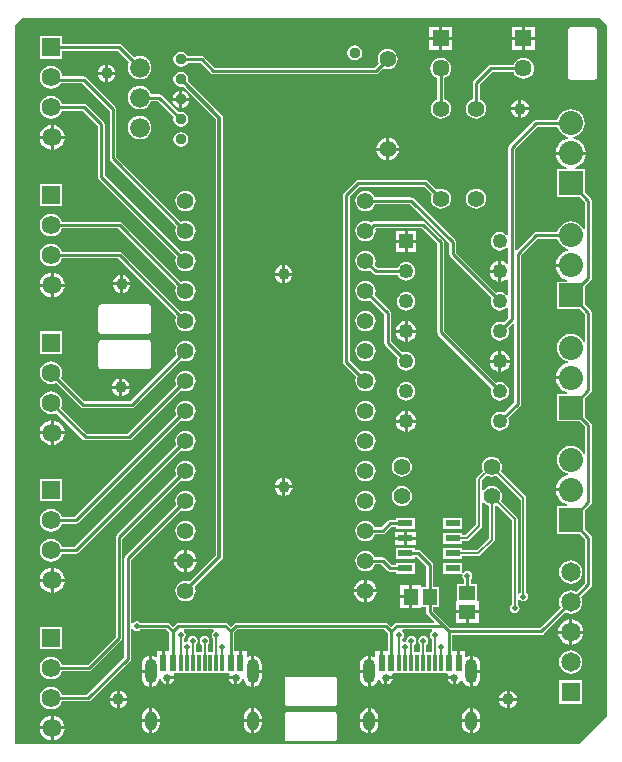
<source format=gtl>
G04*
G04 #@! TF.GenerationSoftware,Altium Limited,Altium Designer,20.0.10 (225)*
G04*
G04 Layer_Physical_Order=1*
G04 Layer_Color=255*
%FSLAX44Y44*%
%MOMM*%
G71*
G01*
G75*
%ADD15C,0.2540*%
%ADD16R,1.4000X1.3000*%
%ADD17R,1.3000X1.4000*%
%ADD18R,1.3000X0.6000*%
%ADD19R,0.6000X1.4500*%
%ADD20R,0.3000X1.4500*%
%ADD29C,1.4500*%
%ADD30R,1.4500X1.4500*%
%ADD37C,1.2500*%
%ADD38R,1.2500X1.2500*%
%ADD41C,0.6500*%
%ADD43C,1.0000*%
%ADD44C,0.5080*%
%ADD45C,0.1850*%
%ADD46C,0.3048*%
%ADD47C,1.4060*%
%ADD48C,1.6764*%
%ADD49C,1.4000*%
%ADD50C,2.0400*%
%ADD51R,2.0400X2.0400*%
%ADD52R,1.5900X1.5900*%
%ADD53C,1.5900*%
%ADD54C,1.6500*%
%ADD55R,1.6500X1.6500*%
%ADD56O,1.0000X2.1000*%
%ADD57O,1.0000X1.6000*%
%ADD58C,0.9460*%
G36*
X503673Y611036D02*
Y25865D01*
X480135Y2327D01*
X2327D01*
Y610536D01*
X8964Y617173D01*
X497536D01*
X503673Y611036D01*
D02*
G37*
%LPC*%
G36*
X372790Y609490D02*
X364270D01*
Y600970D01*
X372790D01*
Y609490D01*
D02*
G37*
G36*
X442790D02*
X434270D01*
Y600970D01*
X442790D01*
Y609490D01*
D02*
G37*
G36*
X361730D02*
X353210D01*
Y600970D01*
X361730D01*
Y609490D01*
D02*
G37*
G36*
X431730D02*
X423210D01*
Y600970D01*
X431730D01*
Y609490D01*
D02*
G37*
G36*
X442790Y598430D02*
X434270D01*
Y589910D01*
X442790D01*
Y598430D01*
D02*
G37*
G36*
X431730D02*
X423210D01*
Y589910D01*
X431730D01*
Y598430D01*
D02*
G37*
G36*
X372790D02*
X364270D01*
Y589910D01*
X372790D01*
Y598430D01*
D02*
G37*
G36*
X361730D02*
X353210D01*
Y589910D01*
X361730D01*
Y598430D01*
D02*
G37*
G36*
X290000Y593672D02*
X287561Y593187D01*
X285494Y591806D01*
X284113Y589739D01*
X283627Y587300D01*
X284113Y584861D01*
X285494Y582794D01*
X287561Y581413D01*
X290000Y580928D01*
X292439Y581413D01*
X294506Y582794D01*
X295887Y584861D01*
X296372Y587300D01*
X295887Y589739D01*
X294506Y591806D01*
X292439Y593187D01*
X290000Y593672D01*
D02*
G37*
G36*
X318000Y590594D02*
X315776Y590301D01*
X313703Y589442D01*
X311924Y588077D01*
X310558Y586297D01*
X309700Y584224D01*
X309407Y582000D01*
X309700Y579776D01*
X310301Y578324D01*
X306822Y574845D01*
X171678D01*
X162512Y584011D01*
X161589Y584628D01*
X160500Y584845D01*
X148616D01*
X147506Y586506D01*
X145439Y587887D01*
X143000Y588373D01*
X140561Y587887D01*
X138494Y586506D01*
X137113Y584439D01*
X136628Y582000D01*
X137113Y579562D01*
X138494Y577494D01*
X140561Y576113D01*
X143000Y575628D01*
X145439Y576113D01*
X147506Y577494D01*
X148616Y579155D01*
X159322D01*
X168489Y569989D01*
X169411Y569372D01*
X170500Y569155D01*
X308000D01*
X309089Y569372D01*
X310012Y569989D01*
X314324Y574301D01*
X315776Y573699D01*
X318000Y573406D01*
X320224Y573699D01*
X322297Y574558D01*
X324077Y575924D01*
X325443Y577703D01*
X326301Y579776D01*
X326594Y582000D01*
X326301Y584224D01*
X325443Y586297D01*
X324077Y588077D01*
X322297Y589442D01*
X320224Y590301D01*
X318000Y590594D01*
D02*
G37*
G36*
X81270Y577438D02*
Y571270D01*
X87438D01*
X87346Y571968D01*
X86586Y573802D01*
X85378Y575378D01*
X83802Y576586D01*
X81968Y577346D01*
X81270Y577438D01*
D02*
G37*
G36*
X78730D02*
X78032Y577346D01*
X76198Y576586D01*
X74622Y575378D01*
X73414Y573802D01*
X72654Y571968D01*
X72562Y571270D01*
X78730D01*
Y577438D01*
D02*
G37*
G36*
X433000Y583146D02*
X430711Y582844D01*
X428577Y581961D01*
X426745Y580555D01*
X425339Y578723D01*
X424686Y577145D01*
X405300D01*
X404211Y576928D01*
X403288Y576311D01*
X390989Y564012D01*
X390372Y563089D01*
X390155Y562000D01*
Y548144D01*
X388703Y547542D01*
X386924Y546177D01*
X385558Y544397D01*
X384699Y542324D01*
X384407Y540100D01*
X384699Y537876D01*
X385558Y535804D01*
X386924Y534024D01*
X388703Y532658D01*
X390776Y531800D01*
X393000Y531507D01*
X395224Y531800D01*
X397297Y532658D01*
X399077Y534024D01*
X400442Y535804D01*
X401301Y537876D01*
X401594Y540100D01*
X401301Y542324D01*
X400442Y544397D01*
X399077Y546177D01*
X397297Y547542D01*
X395845Y548144D01*
Y560822D01*
X406478Y571455D01*
X424686D01*
X425339Y569877D01*
X426745Y568045D01*
X428577Y566640D01*
X430711Y565756D01*
X433000Y565454D01*
X435289Y565756D01*
X437423Y566640D01*
X439255Y568045D01*
X440661Y569877D01*
X441544Y572011D01*
X441846Y574300D01*
X441544Y576590D01*
X440661Y578723D01*
X439255Y580555D01*
X437423Y581961D01*
X435289Y582844D01*
X433000Y583146D01*
D02*
G37*
G36*
X42470Y601470D02*
X23530D01*
Y582530D01*
X42470D01*
Y589156D01*
X89721D01*
X99243Y579634D01*
X98353Y577485D01*
X98013Y574900D01*
X98353Y572315D01*
X99351Y569906D01*
X100938Y567838D01*
X103006Y566251D01*
X105415Y565253D01*
X108000Y564913D01*
X110585Y565253D01*
X112994Y566251D01*
X115062Y567838D01*
X116649Y569906D01*
X117647Y572315D01*
X117987Y574900D01*
X117647Y577485D01*
X116649Y579894D01*
X115062Y581962D01*
X112994Y583549D01*
X110585Y584547D01*
X108000Y584888D01*
X105415Y584547D01*
X103266Y583657D01*
X92911Y594012D01*
X91988Y594628D01*
X90900Y594845D01*
X42470D01*
Y601470D01*
D02*
G37*
G36*
X493000Y609327D02*
X473000D01*
X472110Y609150D01*
X471355Y608645D01*
X470850Y607890D01*
X470673Y607000D01*
X470673Y607000D01*
Y567000D01*
X470850Y566110D01*
X471355Y565355D01*
X472110Y564850D01*
X473000Y564673D01*
X493000D01*
X493890Y564850D01*
X494645Y565355D01*
X495150Y566110D01*
X495327Y567000D01*
X495327Y567000D01*
Y607000D01*
X495150Y607890D01*
X494645Y608645D01*
X493890Y609150D01*
X493000Y609327D01*
D02*
G37*
G36*
X87438Y568730D02*
X81270D01*
Y562562D01*
X81968Y562654D01*
X83802Y563414D01*
X85378Y564622D01*
X86586Y566198D01*
X87346Y568032D01*
X87438Y568730D01*
D02*
G37*
G36*
X78730D02*
X72562D01*
X72654Y568032D01*
X73414Y566198D01*
X74622Y564622D01*
X76198Y563414D01*
X78032Y562654D01*
X78730Y562562D01*
Y568730D01*
D02*
G37*
G36*
X144270Y555166D02*
Y549270D01*
X150166D01*
X150083Y549898D01*
X149350Y551666D01*
X148185Y553185D01*
X146666Y554351D01*
X144898Y555083D01*
X144270Y555166D01*
D02*
G37*
G36*
X141730D02*
X141102Y555083D01*
X139334Y554351D01*
X137815Y553185D01*
X136650Y551666D01*
X135917Y549898D01*
X135835Y549270D01*
X141730D01*
Y555166D01*
D02*
G37*
G36*
X431270Y547438D02*
Y541270D01*
X437438D01*
X437346Y541968D01*
X436586Y543802D01*
X435378Y545378D01*
X433802Y546586D01*
X431968Y547346D01*
X431270Y547438D01*
D02*
G37*
G36*
X428730D02*
X428032Y547346D01*
X426198Y546586D01*
X424622Y545378D01*
X423414Y543802D01*
X422654Y541968D01*
X422562Y541270D01*
X428730D01*
Y547438D01*
D02*
G37*
G36*
X150166Y546730D02*
X144270D01*
Y540835D01*
X144898Y540917D01*
X146666Y541650D01*
X148185Y542815D01*
X149350Y544334D01*
X150083Y546102D01*
X150166Y546730D01*
D02*
G37*
G36*
X141730D02*
X135835D01*
X135917Y546102D01*
X136650Y544334D01*
X137815Y542815D01*
X139334Y541650D01*
X141102Y540917D01*
X141730Y540835D01*
Y546730D01*
D02*
G37*
G36*
X437438Y538730D02*
X431270D01*
Y532562D01*
X431968Y532654D01*
X433802Y533414D01*
X435378Y534622D01*
X436586Y536198D01*
X437346Y538032D01*
X437438Y538730D01*
D02*
G37*
G36*
X428730D02*
X422562D01*
X422654Y538032D01*
X423414Y536198D01*
X424622Y534622D01*
X426198Y533414D01*
X428032Y532654D01*
X428730Y532562D01*
Y538730D01*
D02*
G37*
G36*
X363000Y583146D02*
X360711Y582844D01*
X358577Y581961D01*
X356745Y580555D01*
X355339Y578723D01*
X354456Y576590D01*
X354154Y574300D01*
X354456Y572011D01*
X355339Y569877D01*
X356745Y568045D01*
X358577Y566640D01*
X360155Y565986D01*
Y548144D01*
X358703Y547542D01*
X356924Y546177D01*
X355558Y544397D01*
X354699Y542324D01*
X354407Y540100D01*
X354699Y537876D01*
X355558Y535804D01*
X356924Y534024D01*
X358703Y532658D01*
X360776Y531800D01*
X363000Y531507D01*
X365224Y531800D01*
X367297Y532658D01*
X369077Y534024D01*
X370442Y535804D01*
X371301Y537876D01*
X371594Y540100D01*
X371301Y542324D01*
X370442Y544397D01*
X369077Y546177D01*
X367297Y547542D01*
X365845Y548144D01*
Y565986D01*
X367423Y566640D01*
X369255Y568045D01*
X370661Y569877D01*
X371544Y572011D01*
X371846Y574300D01*
X371544Y576590D01*
X370661Y578723D01*
X369255Y580555D01*
X367423Y581961D01*
X365289Y582844D01*
X363000Y583146D01*
D02*
G37*
G36*
X108000Y559487D02*
X105415Y559147D01*
X103006Y558149D01*
X100938Y556562D01*
X99351Y554494D01*
X98353Y552085D01*
X98013Y549500D01*
X98353Y546915D01*
X99351Y544506D01*
X100938Y542438D01*
X103006Y540851D01*
X105415Y539853D01*
X108000Y539513D01*
X110585Y539853D01*
X112994Y540851D01*
X115062Y542438D01*
X116649Y544506D01*
X117540Y546655D01*
X123322D01*
X137017Y532960D01*
X136628Y531000D01*
X137113Y528561D01*
X138494Y526494D01*
X140561Y525113D01*
X143000Y524627D01*
X145439Y525113D01*
X147506Y526494D01*
X148887Y528561D01*
X149372Y531000D01*
X148887Y533439D01*
X147506Y535506D01*
X145439Y536887D01*
X143000Y537372D01*
X141040Y536983D01*
X126511Y551511D01*
X125589Y552128D01*
X124500Y552345D01*
X117540D01*
X116649Y554494D01*
X115062Y556562D01*
X112994Y558149D01*
X110585Y559147D01*
X108000Y559487D01*
D02*
G37*
G36*
X35270Y526214D02*
Y517070D01*
X44413D01*
X44220Y518539D01*
X43163Y521091D01*
X41481Y523282D01*
X39290Y524963D01*
X36738Y526020D01*
X35270Y526214D01*
D02*
G37*
G36*
X32730D02*
X31261Y526020D01*
X28710Y524963D01*
X26518Y523282D01*
X24837Y521091D01*
X23780Y518539D01*
X23586Y517070D01*
X32730D01*
Y526214D01*
D02*
G37*
G36*
X108000Y534087D02*
X105415Y533747D01*
X103006Y532749D01*
X100938Y531162D01*
X99351Y529094D01*
X98353Y526685D01*
X98013Y524100D01*
X98353Y521515D01*
X99351Y519106D01*
X100938Y517038D01*
X103006Y515451D01*
X105415Y514453D01*
X108000Y514113D01*
X110585Y514453D01*
X112994Y515451D01*
X115062Y517038D01*
X116649Y519106D01*
X117647Y521515D01*
X117987Y524100D01*
X117647Y526685D01*
X116649Y529094D01*
X115062Y531162D01*
X112994Y532749D01*
X110585Y533747D01*
X108000Y534087D01*
D02*
G37*
G36*
X143000Y520373D02*
X140561Y519888D01*
X138494Y518506D01*
X137113Y516439D01*
X136628Y514000D01*
X137113Y511562D01*
X138494Y509494D01*
X140561Y508113D01*
X143000Y507628D01*
X145439Y508113D01*
X147506Y509494D01*
X148887Y511562D01*
X149372Y514000D01*
X148887Y516439D01*
X147506Y518506D01*
X145439Y519888D01*
X143000Y520373D01*
D02*
G37*
G36*
X319270Y515255D02*
Y507070D01*
X327455D01*
X327295Y508290D01*
X326333Y510611D01*
X324804Y512604D01*
X322811Y514133D01*
X320491Y515094D01*
X319270Y515255D01*
D02*
G37*
G36*
X316730D02*
X315510Y515094D01*
X313189Y514133D01*
X311196Y512604D01*
X309667Y510611D01*
X308706Y508290D01*
X308545Y507070D01*
X316730D01*
Y515255D01*
D02*
G37*
G36*
X44413Y514530D02*
X35270D01*
Y505387D01*
X36738Y505580D01*
X39290Y506637D01*
X41481Y508319D01*
X43163Y510510D01*
X44220Y513062D01*
X44413Y514530D01*
D02*
G37*
G36*
X32730D02*
X23586D01*
X23780Y513062D01*
X24837Y510510D01*
X26518Y508319D01*
X28710Y506637D01*
X31261Y505580D01*
X32730Y505387D01*
Y514530D01*
D02*
G37*
G36*
X473000Y539621D02*
X469940Y539218D01*
X467089Y538037D01*
X464641Y536159D01*
X462763Y533711D01*
X461582Y530860D01*
X461553Y530645D01*
X443800D01*
X442711Y530428D01*
X441788Y529812D01*
X420989Y509012D01*
X420372Y508089D01*
X420155Y507000D01*
Y433325D01*
X418885Y432894D01*
X418542Y433342D01*
X416918Y434587D01*
X415028Y435370D01*
X413000Y435637D01*
X410972Y435370D01*
X409081Y434587D01*
X407458Y433342D01*
X406213Y431719D01*
X405430Y429828D01*
X405163Y427800D01*
X405430Y425772D01*
X406213Y423881D01*
X407458Y422258D01*
X409081Y421013D01*
X410972Y420230D01*
X413000Y419963D01*
X415028Y420230D01*
X416918Y421013D01*
X418542Y422258D01*
X418885Y422706D01*
X420155Y422275D01*
Y409481D01*
X418885Y408964D01*
X417433Y410078D01*
X415295Y410964D01*
X414270Y411099D01*
Y402400D01*
Y393701D01*
X415295Y393836D01*
X417433Y394722D01*
X418885Y395836D01*
X420155Y395319D01*
Y382525D01*
X418885Y382094D01*
X418542Y382542D01*
X416918Y383787D01*
X415028Y384570D01*
X413000Y384837D01*
X410972Y384570D01*
X409898Y384125D01*
X375845Y418178D01*
Y427000D01*
X375628Y428089D01*
X375011Y429011D01*
X339912Y464111D01*
X338989Y464728D01*
X337900Y464945D01*
X307276D01*
X306668Y466412D01*
X305298Y468198D01*
X303512Y469568D01*
X301432Y470430D01*
X299200Y470724D01*
X296968Y470430D01*
X294888Y469568D01*
X293102Y468198D01*
X291732Y466412D01*
X290870Y464332D01*
X290576Y462100D01*
X290870Y459868D01*
X291732Y457788D01*
X293102Y456002D01*
X294888Y454632D01*
X296968Y453770D01*
X299200Y453476D01*
X301432Y453770D01*
X303512Y454632D01*
X305298Y456002D01*
X306668Y457788D01*
X307276Y459255D01*
X336722D01*
X370155Y425822D01*
Y417000D01*
X370372Y415911D01*
X370989Y414989D01*
X405875Y380102D01*
X405430Y379029D01*
X405163Y377000D01*
X405430Y374972D01*
X406213Y373082D01*
X407458Y371458D01*
X409081Y370213D01*
X410972Y369430D01*
X413000Y369163D01*
X415028Y369430D01*
X416918Y370213D01*
X418542Y371458D01*
X418885Y371906D01*
X420155Y371475D01*
Y362778D01*
X416102Y358725D01*
X415028Y359170D01*
X413000Y359437D01*
X410972Y359170D01*
X409081Y358387D01*
X407458Y357142D01*
X406213Y355519D01*
X405430Y353629D01*
X405163Y351600D01*
X405430Y349572D01*
X406213Y347682D01*
X407458Y346058D01*
X409081Y344813D01*
X410972Y344030D01*
X413000Y343763D01*
X415028Y344030D01*
X416918Y344813D01*
X418542Y346058D01*
X419787Y347682D01*
X420570Y349572D01*
X420837Y351600D01*
X420570Y353629D01*
X420125Y354702D01*
X423885Y358462D01*
X425155Y357936D01*
Y291578D01*
X416102Y282525D01*
X415028Y282970D01*
X413000Y283237D01*
X410972Y282970D01*
X409081Y282187D01*
X407458Y280942D01*
X406213Y279319D01*
X405430Y277428D01*
X405163Y275400D01*
X405430Y273372D01*
X406213Y271481D01*
X407458Y269858D01*
X409081Y268613D01*
X410972Y267830D01*
X413000Y267563D01*
X415028Y267830D01*
X416918Y268613D01*
X418542Y269858D01*
X419787Y271481D01*
X420570Y273372D01*
X420837Y275400D01*
X420570Y277428D01*
X420125Y278502D01*
X430011Y288389D01*
X430628Y289311D01*
X430845Y290400D01*
Y415822D01*
X444978Y429955D01*
X461553D01*
X461582Y429740D01*
X462763Y426889D01*
X464641Y424441D01*
X467089Y422563D01*
X469940Y421382D01*
X470903Y421255D01*
Y419974D01*
X469674Y419812D01*
X466575Y418528D01*
X463914Y416486D01*
X461872Y413825D01*
X460588Y410726D01*
X460317Y408670D01*
X473000D01*
Y406130D01*
X460317D01*
X460588Y404074D01*
X461872Y400975D01*
X463914Y398314D01*
X466575Y396272D01*
X469674Y394988D01*
X469575Y393720D01*
X461280D01*
Y370280D01*
X480697D01*
X485155Y365822D01*
Y342399D01*
X483885Y342146D01*
X483237Y343711D01*
X481359Y346159D01*
X478911Y348037D01*
X476059Y349218D01*
X473000Y349621D01*
X469940Y349218D01*
X467089Y348037D01*
X464641Y346159D01*
X462763Y343711D01*
X461582Y340860D01*
X461179Y337800D01*
X461582Y334740D01*
X462763Y331889D01*
X464641Y329441D01*
X467089Y327563D01*
X469940Y326382D01*
X470903Y326255D01*
Y324974D01*
X469674Y324812D01*
X466575Y323528D01*
X463914Y321486D01*
X461872Y318825D01*
X460588Y315726D01*
X460317Y313670D01*
X473000D01*
Y311130D01*
X460317D01*
X460588Y309074D01*
X461872Y305975D01*
X463914Y303314D01*
X466575Y301272D01*
X469674Y299988D01*
X469575Y298720D01*
X461280D01*
Y275280D01*
X480697D01*
X485155Y270822D01*
Y247399D01*
X483885Y247146D01*
X483237Y248711D01*
X481359Y251159D01*
X478911Y253037D01*
X476059Y254218D01*
X473000Y254621D01*
X469940Y254218D01*
X467089Y253037D01*
X464641Y251159D01*
X462763Y248711D01*
X461582Y245860D01*
X461179Y242800D01*
X461582Y239741D01*
X462763Y236889D01*
X464641Y234441D01*
X467089Y232563D01*
X469940Y231382D01*
X470903Y231255D01*
Y229974D01*
X469674Y229812D01*
X466575Y228528D01*
X463914Y226486D01*
X461872Y223825D01*
X460588Y220726D01*
X460317Y218670D01*
X473000D01*
Y216130D01*
X460317D01*
X460588Y214074D01*
X461872Y210975D01*
X463914Y208314D01*
X466575Y206272D01*
X469674Y204988D01*
X469575Y203720D01*
X461280D01*
Y180280D01*
X480697D01*
X485155Y175822D01*
Y138579D01*
X477633Y131057D01*
X475551Y131919D01*
X473000Y132255D01*
X470450Y131919D01*
X468073Y130935D01*
X466032Y129369D01*
X464466Y127328D01*
X463482Y124951D01*
X463146Y122401D01*
X463482Y119850D01*
X464344Y117768D01*
X446921Y100345D01*
X371178D01*
X367511Y104011D01*
X367511Y104012D01*
X356344Y115178D01*
Y118480D01*
X361520D01*
Y135520D01*
X356344D01*
Y154000D01*
X356128Y155089D01*
X355511Y156012D01*
X345861Y165662D01*
X344938Y166279D01*
X343849Y166495D01*
X341020D01*
Y168171D01*
X324980D01*
Y159130D01*
X341020D01*
Y160806D01*
X342671D01*
X350655Y152822D01*
Y135520D01*
X346540D01*
Y136540D01*
X338770D01*
Y127000D01*
Y117460D01*
X346540D01*
Y118480D01*
X350655D01*
Y114000D01*
X350872Y112912D01*
X351488Y111989D01*
X357459Y106018D01*
X356973Y104845D01*
X325500D01*
X324411Y104628D01*
X323489Y104011D01*
X321000Y101523D01*
X318512Y104011D01*
X317589Y104628D01*
X316500Y104845D01*
X189500D01*
X188411Y104628D01*
X187488Y104011D01*
X185000Y101523D01*
X182512Y104011D01*
X181589Y104628D01*
X180501Y104845D01*
X140500D01*
X139411Y104628D01*
X138488Y104011D01*
X136000Y101523D01*
X133512Y104011D01*
X132589Y104628D01*
X131500Y104845D01*
X108482D01*
X108427Y104927D01*
X107084Y105824D01*
X105500Y106140D01*
X103916Y105824D01*
X102573Y104927D01*
X102115Y104241D01*
X100845Y104627D01*
Y158122D01*
X143101Y200378D01*
X144568Y199770D01*
X146800Y199476D01*
X149032Y199770D01*
X151112Y200632D01*
X152898Y202002D01*
X154269Y203788D01*
X155130Y205868D01*
X155424Y208100D01*
X155130Y210332D01*
X154269Y212412D01*
X152898Y214198D01*
X151112Y215568D01*
X149032Y216430D01*
X146800Y216724D01*
X144568Y216430D01*
X142488Y215568D01*
X140702Y214198D01*
X139332Y212412D01*
X138470Y210332D01*
X138176Y208100D01*
X138470Y205868D01*
X139078Y204401D01*
X95989Y161311D01*
X95372Y160389D01*
X95155Y159300D01*
Y75678D01*
X63522Y44045D01*
X42072D01*
X41272Y45976D01*
X39754Y47954D01*
X37776Y49472D01*
X35472Y50426D01*
X33000Y50752D01*
X30528Y50426D01*
X28224Y49472D01*
X26246Y47954D01*
X24728Y45976D01*
X23774Y43672D01*
X23448Y41200D01*
X23774Y38728D01*
X24728Y36424D01*
X26246Y34446D01*
X28224Y32928D01*
X30528Y31974D01*
X33000Y31648D01*
X35472Y31974D01*
X37776Y32928D01*
X39754Y34446D01*
X41272Y36424D01*
X42072Y38355D01*
X64700D01*
X65789Y38572D01*
X66712Y39189D01*
X100012Y72489D01*
X100628Y73411D01*
X100845Y74500D01*
Y99373D01*
X102115Y99759D01*
X102573Y99073D01*
X103916Y98176D01*
X105500Y97860D01*
X107084Y98176D01*
X108427Y99073D01*
X108482Y99155D01*
X130322D01*
X133155Y96322D01*
Y80785D01*
X129270D01*
Y70995D01*
X126730D01*
Y80785D01*
X122460D01*
Y76226D01*
X121321Y75664D01*
X121103Y75831D01*
X119268Y76591D01*
X118570Y76683D01*
Y63745D01*
Y50807D01*
X119268Y50899D01*
X121103Y51659D01*
X122678Y52868D01*
X123886Y54443D01*
X124646Y56277D01*
X124721Y56843D01*
X126007Y56885D01*
X126146Y56186D01*
X127426Y54271D01*
X129341Y52991D01*
X130330Y52794D01*
Y58445D01*
X131600D01*
Y59715D01*
X137251D01*
X137054Y60704D01*
X136786Y61105D01*
X137385Y62225D01*
X183615D01*
X184214Y61105D01*
X183946Y60704D01*
X183749Y59715D01*
X189400D01*
Y58445D01*
X190670D01*
Y52794D01*
X191659Y52991D01*
X193574Y54271D01*
X194854Y56186D01*
X194993Y56885D01*
X196280Y56843D01*
X196354Y56277D01*
X197114Y54443D01*
X198323Y52868D01*
X199898Y51659D01*
X201732Y50899D01*
X202430Y50807D01*
Y63745D01*
Y76683D01*
X201732Y76591D01*
X199898Y75831D01*
X199679Y75664D01*
X198540Y76226D01*
Y80785D01*
X194270D01*
Y70995D01*
X191730D01*
Y80785D01*
X187845D01*
Y96322D01*
X190678Y99155D01*
X315322D01*
X318156Y96322D01*
Y80785D01*
X314270D01*
Y70995D01*
X311730D01*
Y80785D01*
X307460D01*
Y76226D01*
X306321Y75664D01*
X306102Y75831D01*
X304268Y76591D01*
X303570Y76683D01*
Y63745D01*
Y50807D01*
X304268Y50899D01*
X306102Y51659D01*
X307677Y52868D01*
X308886Y54443D01*
X309646Y56277D01*
X309720Y56843D01*
X311007Y56885D01*
X311146Y56186D01*
X312426Y54271D01*
X314341Y52991D01*
X315330Y52794D01*
Y58445D01*
X316600D01*
Y59715D01*
X322251D01*
X322054Y60704D01*
X321786Y61105D01*
X322385Y62225D01*
X368615D01*
X369214Y61105D01*
X368946Y60704D01*
X368749Y59715D01*
X374400D01*
Y58445D01*
X375670D01*
Y52794D01*
X376659Y52991D01*
X378575Y54271D01*
X379854Y56186D01*
X379993Y56884D01*
X381280Y56842D01*
X381354Y56277D01*
X382114Y54443D01*
X383322Y52868D01*
X384897Y51659D01*
X386732Y50899D01*
X387430Y50807D01*
Y63745D01*
Y76683D01*
X386732Y76591D01*
X384897Y75831D01*
X384679Y75664D01*
X383540Y76226D01*
Y80785D01*
X379270D01*
Y70995D01*
X376730D01*
Y80785D01*
X372845D01*
Y94656D01*
X448100D01*
X449188Y94872D01*
X450111Y95489D01*
X468367Y113745D01*
X470450Y112882D01*
X473000Y112547D01*
X475551Y112882D01*
X477927Y113867D01*
X479968Y115433D01*
X481534Y117474D01*
X482519Y119850D01*
X482855Y122401D01*
X482519Y124951D01*
X481656Y127034D01*
X490011Y135389D01*
X490628Y136312D01*
X490845Y137401D01*
Y177000D01*
X490628Y178089D01*
X490011Y179011D01*
X484720Y184303D01*
Y199697D01*
X490011Y204989D01*
X490628Y205911D01*
X490845Y207000D01*
Y272000D01*
X490628Y273089D01*
X490011Y274011D01*
X484720Y279303D01*
Y294697D01*
X490011Y299989D01*
X490628Y300912D01*
X490845Y302000D01*
Y367000D01*
X490628Y368089D01*
X490011Y369011D01*
X484720Y374303D01*
Y389697D01*
X490011Y394989D01*
X490628Y395911D01*
X490845Y397000D01*
Y462000D01*
X490628Y463089D01*
X490011Y464011D01*
X484720Y469303D01*
Y488720D01*
X476425D01*
X476326Y489988D01*
X479425Y491272D01*
X482086Y493314D01*
X484128Y495975D01*
X485412Y499074D01*
X485683Y501130D01*
X473000D01*
X460317D01*
X460588Y499074D01*
X461872Y495975D01*
X463914Y493314D01*
X466575Y491272D01*
X469674Y489988D01*
X469575Y488720D01*
X461280D01*
Y465280D01*
X480697D01*
X485155Y460822D01*
Y437399D01*
X483885Y437146D01*
X483237Y438711D01*
X481359Y441159D01*
X478911Y443037D01*
X476059Y444218D01*
X473000Y444621D01*
X469940Y444218D01*
X467089Y443037D01*
X464641Y441159D01*
X462763Y438711D01*
X461582Y435860D01*
X461553Y435645D01*
X443800D01*
X442711Y435428D01*
X441788Y434812D01*
X427115Y420138D01*
X425845Y420664D01*
Y505822D01*
X444978Y524955D01*
X461553D01*
X461582Y524740D01*
X462763Y521889D01*
X464641Y519441D01*
X467089Y517563D01*
X469940Y516382D01*
X470903Y516255D01*
Y514974D01*
X469674Y514812D01*
X466575Y513528D01*
X463914Y511486D01*
X461872Y508825D01*
X460588Y505726D01*
X460317Y503670D01*
X473000D01*
X485683D01*
X485412Y505726D01*
X484128Y508825D01*
X482086Y511486D01*
X479425Y513528D01*
X476326Y514812D01*
X475097Y514974D01*
Y516255D01*
X476059Y516382D01*
X478911Y517563D01*
X481359Y519441D01*
X483237Y521889D01*
X484418Y524740D01*
X484821Y527800D01*
X484418Y530860D01*
X483237Y533711D01*
X481359Y536159D01*
X478911Y538037D01*
X476059Y539218D01*
X473000Y539621D01*
D02*
G37*
G36*
X327455Y504530D02*
X319270D01*
Y496345D01*
X320491Y496506D01*
X322811Y497467D01*
X324804Y498996D01*
X326333Y500989D01*
X327295Y503310D01*
X327455Y504530D01*
D02*
G37*
G36*
X316730D02*
X308545D01*
X308706Y503310D01*
X309667Y500989D01*
X311196Y498996D01*
X313189Y497467D01*
X315510Y496506D01*
X316730Y496345D01*
Y504530D01*
D02*
G37*
G36*
X42470Y476470D02*
X23530D01*
Y457530D01*
X42470D01*
Y476470D01*
D02*
G37*
G36*
X393000Y472494D02*
X390776Y472201D01*
X388703Y471343D01*
X386924Y469977D01*
X385558Y468197D01*
X384699Y466124D01*
X384407Y463900D01*
X384699Y461676D01*
X385558Y459604D01*
X386924Y457824D01*
X388703Y456458D01*
X390776Y455600D01*
X393000Y455307D01*
X395224Y455600D01*
X397297Y456458D01*
X399077Y457824D01*
X400442Y459604D01*
X401301Y461676D01*
X401594Y463900D01*
X401301Y466124D01*
X400442Y468197D01*
X399077Y469977D01*
X397297Y471343D01*
X395224Y472201D01*
X393000Y472494D01*
D02*
G37*
G36*
X349900Y479845D02*
X293000D01*
X291911Y479628D01*
X290989Y479011D01*
X280989Y469011D01*
X280372Y468089D01*
X280155Y467000D01*
Y325900D01*
X280372Y324811D01*
X280989Y323889D01*
X291478Y313399D01*
X290870Y311932D01*
X290576Y309700D01*
X290870Y307468D01*
X291732Y305388D01*
X293102Y303602D01*
X294888Y302232D01*
X296968Y301370D01*
X299200Y301076D01*
X301432Y301370D01*
X303512Y302232D01*
X305298Y303602D01*
X306668Y305388D01*
X307530Y307468D01*
X307824Y309700D01*
X307530Y311932D01*
X306668Y314012D01*
X305298Y315798D01*
X303512Y317168D01*
X301432Y318030D01*
X299200Y318324D01*
X296968Y318030D01*
X295501Y317422D01*
X285845Y327078D01*
Y465822D01*
X294178Y474155D01*
X348722D01*
X355301Y467577D01*
X354699Y466124D01*
X354407Y463900D01*
X354699Y461676D01*
X355558Y459604D01*
X356924Y457824D01*
X358703Y456458D01*
X360776Y455600D01*
X363000Y455307D01*
X365224Y455600D01*
X367297Y456458D01*
X369077Y457824D01*
X370442Y459604D01*
X371301Y461676D01*
X371594Y463900D01*
X371301Y466124D01*
X370442Y468197D01*
X369077Y469977D01*
X367297Y471343D01*
X365224Y472201D01*
X363000Y472494D01*
X360776Y472201D01*
X359324Y471600D01*
X351912Y479011D01*
X350989Y479628D01*
X349900Y479845D01*
D02*
G37*
G36*
X146800Y470724D02*
X144568Y470430D01*
X142488Y469568D01*
X140702Y468198D01*
X139332Y466412D01*
X138470Y464332D01*
X138176Y462100D01*
X138470Y459868D01*
X139332Y457788D01*
X140702Y456002D01*
X142488Y454632D01*
X144568Y453770D01*
X146800Y453476D01*
X149032Y453770D01*
X151112Y454632D01*
X152898Y456002D01*
X154269Y457788D01*
X155130Y459868D01*
X155424Y462100D01*
X155130Y464332D01*
X154269Y466412D01*
X152898Y468198D01*
X151112Y469568D01*
X149032Y470430D01*
X146800Y470724D01*
D02*
G37*
G36*
X342390Y436590D02*
X334870D01*
Y429070D01*
X342390D01*
Y436590D01*
D02*
G37*
G36*
X332330D02*
X324810D01*
Y429070D01*
X332330D01*
Y436590D01*
D02*
G37*
G36*
X33000Y576152D02*
X30528Y575826D01*
X28224Y574872D01*
X26246Y573354D01*
X24728Y571376D01*
X23774Y569072D01*
X23448Y566600D01*
X23774Y564128D01*
X24728Y561824D01*
X26246Y559846D01*
X28224Y558328D01*
X30528Y557374D01*
X33000Y557048D01*
X35472Y557374D01*
X37776Y558328D01*
X39754Y559846D01*
X41143Y561655D01*
X59322D01*
X82655Y538322D01*
Y498000D01*
X82872Y496911D01*
X83489Y495989D01*
X139078Y440399D01*
X138470Y438932D01*
X138176Y436700D01*
X138470Y434468D01*
X139332Y432388D01*
X140702Y430602D01*
X142488Y429232D01*
X144568Y428370D01*
X146800Y428076D01*
X149032Y428370D01*
X151112Y429232D01*
X152898Y430602D01*
X154269Y432388D01*
X155130Y434468D01*
X155424Y436700D01*
X155130Y438932D01*
X154269Y441012D01*
X152898Y442798D01*
X151112Y444168D01*
X149032Y445030D01*
X146800Y445324D01*
X144568Y445030D01*
X143101Y444422D01*
X88345Y499178D01*
Y539500D01*
X88128Y540589D01*
X87512Y541511D01*
X62512Y566511D01*
X61589Y567128D01*
X60500Y567345D01*
X42454D01*
X42226Y569072D01*
X41272Y571376D01*
X39754Y573354D01*
X37776Y574872D01*
X35472Y575826D01*
X33000Y576152D01*
D02*
G37*
G36*
X342390Y426530D02*
X334870D01*
Y419010D01*
X342390D01*
Y426530D01*
D02*
G37*
G36*
X332330D02*
X324810D01*
Y419010D01*
X332330D01*
Y426530D01*
D02*
G37*
G36*
X411730Y411099D02*
X410705Y410964D01*
X408567Y410078D01*
X406731Y408669D01*
X405322Y406833D01*
X404436Y404695D01*
X404301Y403670D01*
X411730D01*
Y411099D01*
D02*
G37*
G36*
X33000Y550752D02*
X30528Y550426D01*
X28224Y549472D01*
X26246Y547954D01*
X24728Y545976D01*
X23774Y543672D01*
X23448Y541200D01*
X23774Y538728D01*
X24728Y536424D01*
X26246Y534446D01*
X28224Y532928D01*
X30528Y531974D01*
X33000Y531648D01*
X35472Y531974D01*
X37776Y532928D01*
X39754Y534446D01*
X41272Y536424D01*
X42072Y538356D01*
X60121D01*
X72655Y525822D01*
Y482600D01*
X72872Y481511D01*
X73488Y480589D01*
X139078Y414999D01*
X138470Y413532D01*
X138176Y411300D01*
X138470Y409068D01*
X139332Y406988D01*
X140702Y405202D01*
X142488Y403832D01*
X144568Y402970D01*
X146800Y402676D01*
X149032Y402970D01*
X151112Y403832D01*
X152898Y405202D01*
X154269Y406988D01*
X155130Y409068D01*
X155424Y411300D01*
X155130Y413532D01*
X154269Y415612D01*
X152898Y417398D01*
X151112Y418768D01*
X149032Y419630D01*
X146800Y419924D01*
X144568Y419630D01*
X143101Y419022D01*
X78345Y483778D01*
Y527000D01*
X78128Y528089D01*
X77512Y529011D01*
X63311Y543212D01*
X62388Y543828D01*
X61300Y544045D01*
X42072D01*
X41272Y545976D01*
X39754Y547954D01*
X37776Y549472D01*
X35472Y550426D01*
X33000Y550752D01*
D02*
G37*
G36*
X231270Y407438D02*
Y401270D01*
X237438D01*
X237346Y401968D01*
X236586Y403802D01*
X235378Y405378D01*
X233803Y406586D01*
X231968Y407346D01*
X231270Y407438D01*
D02*
G37*
G36*
X228730D02*
X228032Y407346D01*
X226197Y406586D01*
X224622Y405378D01*
X223414Y403802D01*
X222654Y401968D01*
X222562Y401270D01*
X228730D01*
Y407438D01*
D02*
G37*
G36*
X299200Y419924D02*
X296968Y419630D01*
X294888Y418768D01*
X293102Y417398D01*
X291732Y415612D01*
X290870Y413532D01*
X290576Y411300D01*
X290870Y409068D01*
X291732Y406988D01*
X293102Y405202D01*
X294888Y403832D01*
X296968Y402970D01*
X299200Y402676D01*
X301432Y402970D01*
X302899Y403578D01*
X306089Y400389D01*
X307011Y399772D01*
X308100Y399555D01*
X326368D01*
X326813Y398481D01*
X328058Y396858D01*
X329682Y395613D01*
X331572Y394830D01*
X333600Y394563D01*
X335628Y394830D01*
X337519Y395613D01*
X339142Y396858D01*
X340387Y398481D01*
X341170Y400372D01*
X341437Y402400D01*
X341170Y404428D01*
X340387Y406319D01*
X339142Y407942D01*
X337519Y409187D01*
X335628Y409970D01*
X333600Y410237D01*
X331572Y409970D01*
X329682Y409187D01*
X328058Y407942D01*
X326813Y406319D01*
X326368Y405245D01*
X309278D01*
X306922Y407601D01*
X307530Y409068D01*
X307824Y411300D01*
X307530Y413532D01*
X306668Y415612D01*
X305298Y417398D01*
X303512Y418768D01*
X301432Y419630D01*
X299200Y419924D01*
D02*
G37*
G36*
X411730Y401130D02*
X404301D01*
X404436Y400105D01*
X405322Y397967D01*
X406731Y396131D01*
X408567Y394722D01*
X410705Y393836D01*
X411730Y393701D01*
Y401130D01*
D02*
G37*
G36*
X94020Y399188D02*
Y393020D01*
X100188D01*
X100096Y393718D01*
X99336Y395552D01*
X98128Y397128D01*
X96552Y398336D01*
X94718Y399096D01*
X94020Y399188D01*
D02*
G37*
G36*
X91480D02*
X90782Y399096D01*
X88947Y398336D01*
X87372Y397128D01*
X86164Y395552D01*
X85404Y393718D01*
X85312Y393020D01*
X91480D01*
Y399188D01*
D02*
G37*
G36*
X237438Y398730D02*
X231270D01*
Y392562D01*
X231968Y392654D01*
X233803Y393414D01*
X235378Y394622D01*
X236586Y396198D01*
X237346Y398032D01*
X237438Y398730D01*
D02*
G37*
G36*
X228730D02*
X222562D01*
X222654Y398032D01*
X223414Y396198D01*
X224622Y394622D01*
X226197Y393414D01*
X228032Y392654D01*
X228730Y392562D01*
Y398730D01*
D02*
G37*
G36*
X35270Y401213D02*
Y392070D01*
X44414D01*
X44220Y393539D01*
X43163Y396090D01*
X41482Y398282D01*
X39290Y399963D01*
X36739Y401020D01*
X35270Y401213D01*
D02*
G37*
G36*
X32730D02*
X31262Y401020D01*
X28710Y399963D01*
X26519Y398282D01*
X24837Y396090D01*
X23780Y393539D01*
X23587Y392070D01*
X32730D01*
Y401213D01*
D02*
G37*
G36*
X100188Y390480D02*
X94020D01*
Y384312D01*
X94718Y384404D01*
X96552Y385164D01*
X98128Y386372D01*
X99336Y387948D01*
X100096Y389782D01*
X100188Y390480D01*
D02*
G37*
G36*
X91480D02*
X85312D01*
X85404Y389782D01*
X86164Y387948D01*
X87372Y386372D01*
X88947Y385164D01*
X90782Y384404D01*
X91480Y384312D01*
Y390480D01*
D02*
G37*
G36*
X44414Y389530D02*
X35270D01*
Y380387D01*
X36739Y380580D01*
X39290Y381637D01*
X41482Y383318D01*
X43163Y385510D01*
X44220Y388062D01*
X44414Y389530D01*
D02*
G37*
G36*
X32730D02*
X23587D01*
X23780Y388062D01*
X24837Y385510D01*
X26519Y383318D01*
X28710Y381637D01*
X31262Y380580D01*
X32730Y380387D01*
Y389530D01*
D02*
G37*
G36*
X33000Y451152D02*
X30528Y450826D01*
X28224Y449872D01*
X26246Y448354D01*
X24728Y446376D01*
X23774Y444072D01*
X23448Y441600D01*
X23774Y439128D01*
X24728Y436824D01*
X26246Y434846D01*
X28224Y433328D01*
X30528Y432374D01*
X33000Y432048D01*
X35472Y432374D01*
X37776Y433328D01*
X39754Y434846D01*
X41272Y436824D01*
X42072Y438755D01*
X89922D01*
X139078Y389599D01*
X138470Y388132D01*
X138176Y385900D01*
X138470Y383668D01*
X139332Y381588D01*
X140702Y379802D01*
X142488Y378432D01*
X144568Y377570D01*
X146800Y377276D01*
X149032Y377570D01*
X151112Y378432D01*
X152898Y379802D01*
X154269Y381588D01*
X155130Y383668D01*
X155424Y385900D01*
X155130Y388132D01*
X154269Y390212D01*
X152898Y391998D01*
X151112Y393368D01*
X149032Y394230D01*
X146800Y394524D01*
X144568Y394230D01*
X143101Y393622D01*
X93111Y443612D01*
X92189Y444228D01*
X91100Y444445D01*
X42072D01*
X41272Y446376D01*
X39754Y448354D01*
X37776Y449872D01*
X35472Y450826D01*
X33000Y451152D01*
D02*
G37*
G36*
X333600Y384837D02*
X331572Y384570D01*
X329682Y383787D01*
X328058Y382542D01*
X326813Y380919D01*
X326030Y379029D01*
X325763Y377000D01*
X326030Y374972D01*
X326813Y373082D01*
X328058Y371458D01*
X329682Y370213D01*
X331572Y369430D01*
X333600Y369163D01*
X335628Y369430D01*
X337519Y370213D01*
X339142Y371458D01*
X340387Y373082D01*
X341170Y374972D01*
X341437Y377000D01*
X341170Y379029D01*
X340387Y380919D01*
X339142Y382542D01*
X337519Y383787D01*
X335628Y384570D01*
X333600Y384837D01*
D02*
G37*
G36*
X334870Y360299D02*
Y352870D01*
X342299D01*
X342164Y353895D01*
X341278Y356033D01*
X339869Y357869D01*
X338033Y359278D01*
X335895Y360164D01*
X334870Y360299D01*
D02*
G37*
G36*
X332330D02*
X331305Y360164D01*
X329167Y359278D01*
X327331Y357869D01*
X325922Y356033D01*
X325036Y353895D01*
X324901Y352870D01*
X332330D01*
Y360299D01*
D02*
G37*
G36*
X299200Y369124D02*
X296968Y368830D01*
X294888Y367968D01*
X293102Y366598D01*
X291732Y364812D01*
X290870Y362732D01*
X290576Y360500D01*
X290870Y358268D01*
X291732Y356188D01*
X293102Y354402D01*
X294888Y353032D01*
X296968Y352170D01*
X299200Y351876D01*
X301432Y352170D01*
X303512Y353032D01*
X305298Y354402D01*
X306668Y356188D01*
X307530Y358268D01*
X307824Y360500D01*
X307530Y362732D01*
X306668Y364812D01*
X305298Y366598D01*
X303512Y367968D01*
X301432Y368830D01*
X299200Y369124D01*
D02*
G37*
G36*
X33000Y425752D02*
X30528Y425426D01*
X28224Y424472D01*
X26246Y422954D01*
X24728Y420976D01*
X23774Y418672D01*
X23448Y416200D01*
X23774Y413728D01*
X24728Y411424D01*
X26246Y409446D01*
X28224Y407928D01*
X30528Y406974D01*
X33000Y406648D01*
X35472Y406974D01*
X37776Y407928D01*
X39754Y409446D01*
X41272Y411424D01*
X42072Y413355D01*
X89922D01*
X139078Y364199D01*
X138470Y362732D01*
X138176Y360500D01*
X138470Y358268D01*
X139332Y356188D01*
X140702Y354402D01*
X142488Y353032D01*
X144568Y352170D01*
X146800Y351876D01*
X149032Y352170D01*
X151112Y353032D01*
X152898Y354402D01*
X154269Y356188D01*
X155130Y358268D01*
X155424Y360500D01*
X155130Y362732D01*
X154269Y364812D01*
X152898Y366598D01*
X151112Y367968D01*
X149032Y368830D01*
X146800Y369124D01*
X144568Y368830D01*
X143101Y368222D01*
X93111Y418212D01*
X92189Y418828D01*
X91100Y419045D01*
X42072D01*
X41272Y420976D01*
X39754Y422954D01*
X37776Y424472D01*
X35472Y425426D01*
X33000Y425752D01*
D02*
G37*
G36*
X115500Y374327D02*
X115500Y374327D01*
X75500D01*
X74610Y374150D01*
X73855Y373645D01*
X73350Y372890D01*
X73173Y372000D01*
Y352000D01*
X73350Y351110D01*
X73855Y350355D01*
X74610Y349850D01*
X75500Y349673D01*
X75500Y349673D01*
X115500D01*
X116390Y349851D01*
X117145Y350355D01*
X117650Y351110D01*
X117827Y352000D01*
Y372000D01*
X117650Y372891D01*
X117145Y373645D01*
X116390Y374150D01*
X115500Y374327D01*
D02*
G37*
G36*
X342299Y350330D02*
X334870D01*
Y342901D01*
X335895Y343036D01*
X338033Y343922D01*
X339869Y345331D01*
X341278Y347167D01*
X342164Y349305D01*
X342299Y350330D01*
D02*
G37*
G36*
X332330D02*
X324901D01*
X325036Y349305D01*
X325922Y347167D01*
X327331Y345331D01*
X329167Y343922D01*
X331305Y343036D01*
X332330Y342901D01*
Y350330D01*
D02*
G37*
G36*
X42470Y351470D02*
X23530D01*
Y332530D01*
X42470D01*
Y351470D01*
D02*
G37*
G36*
X414270Y334899D02*
Y327470D01*
X421699D01*
X421564Y328495D01*
X420678Y330633D01*
X419269Y332469D01*
X417433Y333878D01*
X415295Y334764D01*
X414270Y334899D01*
D02*
G37*
G36*
X411730D02*
X410705Y334764D01*
X408567Y333878D01*
X406731Y332469D01*
X405322Y330633D01*
X404436Y328495D01*
X404301Y327470D01*
X411730D01*
Y334899D01*
D02*
G37*
G36*
X299200Y343724D02*
X296968Y343430D01*
X294888Y342568D01*
X293102Y341198D01*
X291732Y339412D01*
X290870Y337332D01*
X290576Y335100D01*
X290870Y332868D01*
X291732Y330788D01*
X293102Y329002D01*
X294888Y327632D01*
X296968Y326770D01*
X299200Y326476D01*
X301432Y326770D01*
X303512Y327632D01*
X305298Y329002D01*
X306668Y330788D01*
X307530Y332868D01*
X307824Y335100D01*
X307530Y337332D01*
X306668Y339412D01*
X305298Y341198D01*
X303512Y342568D01*
X301432Y343430D01*
X299200Y343724D01*
D02*
G37*
G36*
X146800D02*
X144568Y343430D01*
X142488Y342568D01*
X140702Y341198D01*
X139332Y339412D01*
X138470Y337332D01*
X138176Y335100D01*
X138470Y332868D01*
X139078Y331401D01*
X100022Y292345D01*
X61278D01*
X41426Y312197D01*
X42226Y314128D01*
X42552Y316600D01*
X42226Y319072D01*
X41272Y321376D01*
X39754Y323354D01*
X37776Y324872D01*
X35472Y325826D01*
X33000Y326152D01*
X30528Y325826D01*
X28224Y324872D01*
X26246Y323354D01*
X24728Y321376D01*
X23774Y319072D01*
X23448Y316600D01*
X23774Y314128D01*
X24728Y311824D01*
X26246Y309846D01*
X28224Y308328D01*
X30528Y307374D01*
X33000Y307048D01*
X35472Y307374D01*
X37403Y308174D01*
X58088Y287489D01*
X59011Y286872D01*
X60100Y286655D01*
X101200D01*
X102289Y286872D01*
X103212Y287489D01*
X143101Y327378D01*
X144568Y326770D01*
X146800Y326476D01*
X149032Y326770D01*
X151112Y327632D01*
X152898Y329002D01*
X154269Y330788D01*
X155130Y332868D01*
X155424Y335100D01*
X155130Y337332D01*
X154269Y339412D01*
X152898Y341198D01*
X151112Y342568D01*
X149032Y343430D01*
X146800Y343724D01*
D02*
G37*
G36*
X115500Y344327D02*
X115500Y344327D01*
X75500D01*
X74610Y344150D01*
X73855Y343645D01*
X73350Y342890D01*
X73173Y342000D01*
Y322000D01*
X73350Y321110D01*
X73855Y320355D01*
X74610Y319850D01*
X75500Y319673D01*
X75500Y319673D01*
X115500D01*
X116390Y319850D01*
X117145Y320355D01*
X117650Y321110D01*
X117827Y322000D01*
Y342000D01*
X117650Y342890D01*
X117145Y343645D01*
X116390Y344150D01*
X115500Y344327D01*
D02*
G37*
G36*
X299200Y394524D02*
X296968Y394230D01*
X294888Y393368D01*
X293102Y391998D01*
X291732Y390212D01*
X290870Y388132D01*
X290576Y385900D01*
X290870Y383668D01*
X291732Y381588D01*
X293102Y379802D01*
X294888Y378432D01*
X296968Y377570D01*
X299200Y377276D01*
X301432Y377570D01*
X302899Y378178D01*
X315155Y365922D01*
Y341800D01*
X315372Y340712D01*
X315989Y339789D01*
X326475Y329302D01*
X326030Y328228D01*
X325763Y326200D01*
X326030Y324172D01*
X326813Y322281D01*
X328058Y320658D01*
X329682Y319413D01*
X331572Y318630D01*
X333600Y318363D01*
X335628Y318630D01*
X337519Y319413D01*
X339142Y320658D01*
X340387Y322281D01*
X341170Y324172D01*
X341437Y326200D01*
X341170Y328228D01*
X340387Y330119D01*
X339142Y331742D01*
X337519Y332987D01*
X335628Y333770D01*
X333600Y334037D01*
X331572Y333770D01*
X330498Y333325D01*
X320845Y342978D01*
Y367100D01*
X320628Y368189D01*
X320011Y369112D01*
X306922Y382201D01*
X307530Y383668D01*
X307824Y385900D01*
X307530Y388132D01*
X306668Y390212D01*
X305298Y391998D01*
X303512Y393368D01*
X301432Y394230D01*
X299200Y394524D01*
D02*
G37*
G36*
X421699Y324930D02*
X414270D01*
Y317501D01*
X415295Y317636D01*
X417433Y318522D01*
X419269Y319931D01*
X420678Y321767D01*
X421564Y323905D01*
X421699Y324930D01*
D02*
G37*
G36*
X411730D02*
X404301D01*
X404436Y323905D01*
X405322Y321767D01*
X406731Y319931D01*
X408567Y318522D01*
X410705Y317636D01*
X411730Y317501D01*
Y324930D01*
D02*
G37*
G36*
X93270Y311688D02*
Y305520D01*
X99438D01*
X99346Y306218D01*
X98586Y308053D01*
X97378Y309628D01*
X95802Y310836D01*
X93968Y311596D01*
X93270Y311688D01*
D02*
G37*
G36*
X90730D02*
X90032Y311596D01*
X88197Y310836D01*
X86622Y309628D01*
X85414Y308053D01*
X84654Y306218D01*
X84562Y305520D01*
X90730D01*
Y311688D01*
D02*
G37*
G36*
X146800Y318324D02*
X144568Y318030D01*
X142488Y317168D01*
X140702Y315798D01*
X139332Y314012D01*
X138470Y311932D01*
X138176Y309700D01*
X138470Y307468D01*
X139078Y306001D01*
X97922Y264845D01*
X63378D01*
X41426Y286797D01*
X42226Y288728D01*
X42552Y291200D01*
X42226Y293672D01*
X41272Y295976D01*
X39754Y297954D01*
X37776Y299472D01*
X35472Y300426D01*
X33000Y300752D01*
X30528Y300426D01*
X28224Y299472D01*
X26246Y297954D01*
X24728Y295976D01*
X23774Y293672D01*
X23448Y291200D01*
X23774Y288728D01*
X24728Y286424D01*
X26246Y284446D01*
X28224Y282928D01*
X30528Y281974D01*
X33000Y281648D01*
X35472Y281974D01*
X37403Y282774D01*
X60188Y259989D01*
X61111Y259372D01*
X62200Y259155D01*
X99100D01*
X100189Y259372D01*
X101112Y259989D01*
X143101Y301978D01*
X144568Y301370D01*
X146800Y301076D01*
X149032Y301370D01*
X151112Y302232D01*
X152898Y303602D01*
X154269Y305388D01*
X155130Y307468D01*
X155424Y309700D01*
X155130Y311932D01*
X154269Y314012D01*
X152898Y315798D01*
X151112Y317168D01*
X149032Y318030D01*
X146800Y318324D01*
D02*
G37*
G36*
X99438Y302980D02*
X93270D01*
Y296812D01*
X93968Y296904D01*
X95802Y297664D01*
X97378Y298872D01*
X98586Y300448D01*
X99346Y302282D01*
X99438Y302980D01*
D02*
G37*
G36*
X90730D02*
X84562D01*
X84654Y302282D01*
X85414Y300448D01*
X86622Y298872D01*
X88197Y297664D01*
X90032Y296904D01*
X90730Y296812D01*
Y302980D01*
D02*
G37*
G36*
X299200Y445324D02*
X296968Y445030D01*
X294888Y444168D01*
X293102Y442798D01*
X291732Y441012D01*
X290870Y438932D01*
X290576Y436700D01*
X290870Y434468D01*
X291732Y432388D01*
X293102Y430602D01*
X294888Y429232D01*
X296968Y428370D01*
X299200Y428076D01*
X301432Y428370D01*
X303512Y429232D01*
X305298Y430602D01*
X306668Y432388D01*
X307530Y434468D01*
X307824Y436700D01*
X307668Y437885D01*
X308756Y439155D01*
X346822D01*
X360155Y425822D01*
Y350800D01*
X360372Y349711D01*
X360989Y348789D01*
X405875Y303902D01*
X405430Y302829D01*
X405163Y300800D01*
X405430Y298772D01*
X406213Y296882D01*
X407458Y295258D01*
X409081Y294013D01*
X410972Y293230D01*
X413000Y292963D01*
X415028Y293230D01*
X416918Y294013D01*
X418542Y295258D01*
X419787Y296882D01*
X420570Y298772D01*
X420837Y300800D01*
X420570Y302829D01*
X419787Y304719D01*
X418542Y306342D01*
X416918Y307587D01*
X415028Y308370D01*
X413000Y308637D01*
X410972Y308370D01*
X409898Y307925D01*
X365845Y351978D01*
Y427000D01*
X365628Y428089D01*
X365011Y429012D01*
X350011Y444011D01*
X349089Y444628D01*
X348000Y444845D01*
X306448D01*
X305359Y444628D01*
X304436Y444012D01*
X304124Y443699D01*
X303512Y444168D01*
X301432Y445030D01*
X299200Y445324D01*
D02*
G37*
G36*
X333600Y308637D02*
X331572Y308370D01*
X329682Y307587D01*
X328058Y306342D01*
X326813Y304719D01*
X326030Y302829D01*
X325763Y300800D01*
X326030Y298772D01*
X326813Y296882D01*
X328058Y295258D01*
X329682Y294013D01*
X331572Y293230D01*
X333600Y292963D01*
X335628Y293230D01*
X337519Y294013D01*
X339142Y295258D01*
X340387Y296882D01*
X341170Y298772D01*
X341437Y300800D01*
X341170Y302829D01*
X340387Y304719D01*
X339142Y306342D01*
X337519Y307587D01*
X335628Y308370D01*
X333600Y308637D01*
D02*
G37*
G36*
X334870Y284099D02*
Y276670D01*
X342299D01*
X342164Y277695D01*
X341278Y279833D01*
X339869Y281669D01*
X338033Y283078D01*
X335895Y283964D01*
X334870Y284099D01*
D02*
G37*
G36*
X332330D02*
X331305Y283964D01*
X329167Y283078D01*
X327331Y281669D01*
X325922Y279833D01*
X325036Y277695D01*
X324901Y276670D01*
X332330D01*
Y284099D01*
D02*
G37*
G36*
X299200Y292924D02*
X296968Y292630D01*
X294888Y291768D01*
X293102Y290398D01*
X291732Y288612D01*
X290870Y286532D01*
X290576Y284300D01*
X290870Y282068D01*
X291732Y279988D01*
X293102Y278202D01*
X294888Y276832D01*
X296968Y275970D01*
X299200Y275676D01*
X301432Y275970D01*
X303512Y276832D01*
X305298Y278202D01*
X306668Y279988D01*
X307530Y282068D01*
X307824Y284300D01*
X307530Y286532D01*
X306668Y288612D01*
X305298Y290398D01*
X303512Y291768D01*
X301432Y292630D01*
X299200Y292924D01*
D02*
G37*
G36*
X146800D02*
X144568Y292630D01*
X142488Y291768D01*
X140702Y290398D01*
X139332Y288612D01*
X138470Y286532D01*
X138176Y284300D01*
X138470Y282068D01*
X139078Y280601D01*
X52922Y194445D01*
X42072D01*
X41272Y196376D01*
X39754Y198354D01*
X37776Y199872D01*
X35472Y200826D01*
X33000Y201152D01*
X30528Y200826D01*
X28224Y199872D01*
X26246Y198354D01*
X24728Y196376D01*
X23774Y194072D01*
X23448Y191600D01*
X23774Y189128D01*
X24728Y186824D01*
X26246Y184846D01*
X28224Y183328D01*
X30528Y182374D01*
X33000Y182048D01*
X35472Y182374D01*
X37776Y183328D01*
X39754Y184846D01*
X41272Y186824D01*
X42072Y188755D01*
X54100D01*
X55189Y188972D01*
X56112Y189589D01*
X143101Y276578D01*
X144568Y275970D01*
X146800Y275676D01*
X149032Y275970D01*
X151112Y276832D01*
X152898Y278202D01*
X154269Y279988D01*
X155130Y282068D01*
X155424Y284300D01*
X155130Y286532D01*
X154269Y288612D01*
X152898Y290398D01*
X151112Y291768D01*
X149032Y292630D01*
X146800Y292924D01*
D02*
G37*
G36*
X35270Y276213D02*
Y267070D01*
X44413D01*
X44220Y268538D01*
X43163Y271090D01*
X41482Y273281D01*
X39290Y274963D01*
X36739Y276020D01*
X35270Y276213D01*
D02*
G37*
G36*
X32730D02*
X31262Y276020D01*
X28710Y274963D01*
X26518Y273281D01*
X24837Y271090D01*
X23780Y268538D01*
X23587Y267070D01*
X32730D01*
Y276213D01*
D02*
G37*
G36*
X342299Y274130D02*
X334870D01*
Y266701D01*
X335895Y266836D01*
X338033Y267722D01*
X339869Y269131D01*
X341278Y270967D01*
X342164Y273105D01*
X342299Y274130D01*
D02*
G37*
G36*
X332330D02*
X324901D01*
X325036Y273105D01*
X325922Y270967D01*
X327331Y269131D01*
X329167Y267722D01*
X331305Y266836D01*
X332330Y266701D01*
Y274130D01*
D02*
G37*
G36*
X44413Y264530D02*
X35270D01*
Y255387D01*
X36739Y255580D01*
X39290Y256637D01*
X41482Y258318D01*
X43163Y260510D01*
X44220Y263062D01*
X44413Y264530D01*
D02*
G37*
G36*
X32730D02*
X23587D01*
X23780Y263062D01*
X24837Y260510D01*
X26518Y258318D01*
X28710Y256637D01*
X31262Y255580D01*
X32730Y255387D01*
Y264530D01*
D02*
G37*
G36*
X299200Y267524D02*
X296968Y267230D01*
X294888Y266368D01*
X293102Y264998D01*
X291732Y263212D01*
X290870Y261132D01*
X290576Y258900D01*
X290870Y256668D01*
X291732Y254588D01*
X293102Y252802D01*
X294888Y251432D01*
X296968Y250570D01*
X299200Y250276D01*
X301432Y250570D01*
X303512Y251432D01*
X305298Y252802D01*
X306668Y254588D01*
X307530Y256668D01*
X307824Y258900D01*
X307530Y261132D01*
X306668Y263212D01*
X305298Y264998D01*
X303512Y266368D01*
X301432Y267230D01*
X299200Y267524D01*
D02*
G37*
G36*
X146800D02*
X144568Y267230D01*
X142488Y266368D01*
X140702Y264998D01*
X139332Y263212D01*
X138470Y261132D01*
X138176Y258900D01*
X138470Y256668D01*
X139078Y255201D01*
X52922Y169045D01*
X42072D01*
X41272Y170976D01*
X39754Y172954D01*
X37776Y174472D01*
X35472Y175426D01*
X33000Y175752D01*
X30528Y175426D01*
X28224Y174472D01*
X26246Y172954D01*
X24728Y170976D01*
X23774Y168672D01*
X23448Y166200D01*
X23774Y163728D01*
X24728Y161424D01*
X26246Y159446D01*
X28224Y157928D01*
X30528Y156974D01*
X33000Y156649D01*
X35472Y156974D01*
X37776Y157928D01*
X39754Y159446D01*
X41272Y161424D01*
X42072Y163356D01*
X54100D01*
X55189Y163572D01*
X56112Y164189D01*
X143101Y251178D01*
X144568Y250570D01*
X146800Y250276D01*
X149032Y250570D01*
X151112Y251432D01*
X152898Y252802D01*
X154269Y254588D01*
X155130Y256668D01*
X155424Y258900D01*
X155130Y261132D01*
X154269Y263212D01*
X152898Y264998D01*
X151112Y266368D01*
X149032Y267230D01*
X146800Y267524D01*
D02*
G37*
G36*
X329900Y245594D02*
X327676Y245301D01*
X325603Y244442D01*
X323823Y243077D01*
X322458Y241297D01*
X321599Y239224D01*
X321306Y237000D01*
X321599Y234776D01*
X322458Y232703D01*
X323823Y230924D01*
X325603Y229558D01*
X327676Y228699D01*
X329900Y228407D01*
X332124Y228699D01*
X334197Y229558D01*
X335976Y230924D01*
X337342Y232703D01*
X338200Y234776D01*
X338493Y237000D01*
X338200Y239224D01*
X337342Y241297D01*
X335976Y243077D01*
X334197Y244442D01*
X332124Y245301D01*
X329900Y245594D01*
D02*
G37*
G36*
X299200Y242124D02*
X296968Y241830D01*
X294888Y240968D01*
X293102Y239598D01*
X291732Y237812D01*
X290870Y235732D01*
X290576Y233500D01*
X290870Y231268D01*
X291732Y229188D01*
X293102Y227402D01*
X294888Y226032D01*
X296968Y225170D01*
X299200Y224876D01*
X301432Y225170D01*
X303512Y226032D01*
X305298Y227402D01*
X306668Y229188D01*
X307530Y231268D01*
X307824Y233500D01*
X307530Y235732D01*
X306668Y237812D01*
X305298Y239598D01*
X303512Y240968D01*
X301432Y241830D01*
X299200Y242124D01*
D02*
G37*
G36*
X146800D02*
X144568Y241830D01*
X142488Y240968D01*
X140702Y239598D01*
X139332Y237812D01*
X138470Y235732D01*
X138176Y233500D01*
X138470Y231268D01*
X139078Y229801D01*
X88489Y179211D01*
X87872Y178288D01*
X87655Y177200D01*
Y93178D01*
X63922Y69445D01*
X42072D01*
X41272Y71376D01*
X39754Y73354D01*
X37776Y74872D01*
X35472Y75826D01*
X33000Y76152D01*
X30528Y75826D01*
X28224Y74872D01*
X26246Y73354D01*
X24728Y71376D01*
X23774Y69072D01*
X23448Y66600D01*
X23774Y64128D01*
X24728Y61824D01*
X26246Y59846D01*
X28224Y58328D01*
X30528Y57374D01*
X33000Y57048D01*
X35472Y57374D01*
X37776Y58328D01*
X39754Y59846D01*
X41272Y61824D01*
X42072Y63755D01*
X65100D01*
X66189Y63972D01*
X67112Y64589D01*
X92512Y89988D01*
X93128Y90911D01*
X93345Y92000D01*
Y176022D01*
X143101Y225778D01*
X144568Y225170D01*
X146800Y224876D01*
X149032Y225170D01*
X151112Y226032D01*
X152898Y227402D01*
X154269Y229188D01*
X155130Y231268D01*
X155424Y233500D01*
X155130Y235732D01*
X154269Y237812D01*
X152898Y239598D01*
X151112Y240968D01*
X149032Y241830D01*
X146800Y242124D01*
D02*
G37*
G36*
X231270Y227438D02*
Y221270D01*
X237438D01*
X237346Y221968D01*
X236586Y223803D01*
X235378Y225378D01*
X233803Y226586D01*
X231968Y227346D01*
X231270Y227438D01*
D02*
G37*
G36*
X228730D02*
X228032Y227346D01*
X226197Y226586D01*
X224622Y225378D01*
X223414Y223803D01*
X222654Y221968D01*
X222562Y221270D01*
X228730D01*
Y227438D01*
D02*
G37*
G36*
X237438Y218730D02*
X231270D01*
Y212562D01*
X231968Y212654D01*
X233803Y213414D01*
X235378Y214622D01*
X236586Y216197D01*
X237346Y218032D01*
X237438Y218730D01*
D02*
G37*
G36*
X228730D02*
X222562D01*
X222654Y218032D01*
X223414Y216197D01*
X224622Y214622D01*
X226197Y213414D01*
X228032Y212654D01*
X228730Y212562D01*
Y218730D01*
D02*
G37*
G36*
X42470Y226470D02*
X23530D01*
Y207530D01*
X42470D01*
Y226470D01*
D02*
G37*
G36*
X329900Y220594D02*
X327676Y220301D01*
X325603Y219443D01*
X323823Y218077D01*
X322458Y216297D01*
X321599Y214225D01*
X321306Y212001D01*
X321599Y209776D01*
X322458Y207704D01*
X323823Y205924D01*
X325603Y204558D01*
X327676Y203700D01*
X329900Y203407D01*
X332124Y203700D01*
X334197Y204558D01*
X335976Y205924D01*
X337342Y207704D01*
X338200Y209776D01*
X338493Y212001D01*
X338200Y214225D01*
X337342Y216297D01*
X335976Y218077D01*
X334197Y219443D01*
X332124Y220301D01*
X329900Y220594D01*
D02*
G37*
G36*
X299200Y216724D02*
X296968Y216430D01*
X294888Y215568D01*
X293102Y214198D01*
X291732Y212412D01*
X290870Y210332D01*
X290576Y208100D01*
X290870Y205868D01*
X291732Y203788D01*
X293102Y202002D01*
X294888Y200632D01*
X296968Y199770D01*
X299200Y199476D01*
X301432Y199770D01*
X303512Y200632D01*
X305298Y202002D01*
X306668Y203788D01*
X307530Y205868D01*
X307824Y208100D01*
X307530Y210332D01*
X306668Y212412D01*
X305298Y214198D01*
X303512Y215568D01*
X301432Y216430D01*
X299200Y216724D01*
D02*
G37*
G36*
X341020Y193620D02*
X324980D01*
Y191945D01*
X320100D01*
X319012Y191728D01*
X318089Y191112D01*
X312522Y185545D01*
X307276D01*
X306668Y187012D01*
X305298Y188798D01*
X303512Y190168D01*
X301432Y191030D01*
X299200Y191324D01*
X296968Y191030D01*
X294888Y190168D01*
X293102Y188798D01*
X291732Y187012D01*
X290870Y184932D01*
X290576Y182700D01*
X290870Y180468D01*
X291732Y178388D01*
X293102Y176602D01*
X294888Y175232D01*
X296968Y174370D01*
X299200Y174076D01*
X301432Y174370D01*
X303512Y175232D01*
X305298Y176602D01*
X306668Y178388D01*
X307276Y179855D01*
X313700D01*
X314788Y180072D01*
X315711Y180688D01*
X321279Y186256D01*
X324980D01*
Y184580D01*
X341020D01*
Y193620D01*
D02*
G37*
G36*
X381020D02*
X364980D01*
Y184580D01*
X381020D01*
Y193620D01*
D02*
G37*
G36*
X342040Y181891D02*
X334270D01*
Y177621D01*
X342040D01*
Y181891D01*
D02*
G37*
G36*
X331730D02*
X323960D01*
Y177621D01*
X331730D01*
Y181891D01*
D02*
G37*
G36*
X146800Y191324D02*
X144568Y191030D01*
X142488Y190168D01*
X140702Y188798D01*
X139332Y187012D01*
X138470Y184932D01*
X138176Y182700D01*
X138470Y180468D01*
X139332Y178388D01*
X140702Y176602D01*
X142488Y175232D01*
X144568Y174370D01*
X146800Y174076D01*
X149032Y174370D01*
X151112Y175232D01*
X152898Y176602D01*
X154269Y178388D01*
X155130Y180468D01*
X155424Y182700D01*
X155130Y184932D01*
X154269Y187012D01*
X152898Y188798D01*
X151112Y190168D01*
X149032Y191030D01*
X146800Y191324D01*
D02*
G37*
G36*
X342040Y175081D02*
X334270D01*
Y170811D01*
X342040D01*
Y175081D01*
D02*
G37*
G36*
X331730D02*
X323960D01*
Y170811D01*
X331730D01*
Y175081D01*
D02*
G37*
G36*
X148070Y166785D02*
Y158570D01*
X156285D01*
X156124Y159798D01*
X155160Y162126D01*
X153625Y164125D01*
X151626Y165659D01*
X149298Y166624D01*
X148070Y166785D01*
D02*
G37*
G36*
X145530D02*
X144302Y166624D01*
X141974Y165659D01*
X139975Y164125D01*
X138441Y162126D01*
X137476Y159798D01*
X137315Y158570D01*
X145530D01*
Y166785D01*
D02*
G37*
G36*
X156285Y156030D02*
X148070D01*
Y147815D01*
X149298Y147976D01*
X151626Y148941D01*
X153625Y150475D01*
X155160Y152474D01*
X156124Y154802D01*
X156285Y156030D01*
D02*
G37*
G36*
X145530D02*
X137315D01*
X137476Y154802D01*
X138441Y152474D01*
X139975Y150475D01*
X141974Y148941D01*
X144302Y147976D01*
X145530Y147815D01*
Y156030D01*
D02*
G37*
G36*
X299200Y165924D02*
X296968Y165630D01*
X294888Y164768D01*
X293102Y163398D01*
X291732Y161612D01*
X290870Y159532D01*
X290576Y157300D01*
X290870Y155068D01*
X291732Y152988D01*
X293102Y151202D01*
X294888Y149832D01*
X296968Y148970D01*
X299200Y148676D01*
X301432Y148970D01*
X303512Y149832D01*
X305298Y151202D01*
X306668Y152988D01*
X307276Y154455D01*
X312522D01*
X318089Y148889D01*
X319012Y148272D01*
X320100Y148056D01*
X324980D01*
Y146380D01*
X341020D01*
Y155420D01*
X324980D01*
Y153745D01*
X321279D01*
X315712Y159311D01*
X314789Y159928D01*
X313701Y160145D01*
X307276D01*
X306668Y161612D01*
X305298Y163398D01*
X303512Y164768D01*
X301432Y165630D01*
X299200Y165924D01*
D02*
G37*
G36*
X35270Y151214D02*
Y142070D01*
X44413D01*
X44220Y143539D01*
X43163Y146090D01*
X41481Y148282D01*
X39290Y149963D01*
X36738Y151020D01*
X35270Y151214D01*
D02*
G37*
G36*
X32730D02*
X31261Y151020D01*
X28710Y149963D01*
X26518Y148282D01*
X24837Y146090D01*
X23780Y143539D01*
X23586Y142070D01*
X32730D01*
Y151214D01*
D02*
G37*
G36*
X143000Y571372D02*
X140561Y570887D01*
X138494Y569506D01*
X137113Y567439D01*
X136628Y565000D01*
X137113Y562561D01*
X138494Y560494D01*
X140561Y559113D01*
X143000Y558627D01*
X144654Y558956D01*
X172396Y531214D01*
Y161886D01*
X150240Y139729D01*
X149032Y140230D01*
X146800Y140524D01*
X144568Y140230D01*
X142488Y139368D01*
X140702Y137998D01*
X139332Y136212D01*
X138470Y134132D01*
X138176Y131900D01*
X138470Y129668D01*
X139332Y127588D01*
X140702Y125802D01*
X142488Y124432D01*
X144568Y123570D01*
X146800Y123276D01*
X149032Y123570D01*
X151112Y124432D01*
X152898Y125802D01*
X154269Y127588D01*
X155130Y129668D01*
X155424Y131900D01*
X155130Y134132D01*
X154629Y135340D01*
X177695Y158405D01*
X178367Y159412D01*
X178604Y160600D01*
Y532500D01*
X178367Y533688D01*
X177695Y534695D01*
X149043Y563346D01*
X149372Y565000D01*
X148887Y567439D01*
X147506Y569506D01*
X145439Y570887D01*
X143000Y571372D01*
D02*
G37*
G36*
X473000Y157655D02*
X470450Y157319D01*
X468073Y156335D01*
X466032Y154769D01*
X464466Y152728D01*
X463482Y150351D01*
X463146Y147801D01*
X463482Y145250D01*
X464466Y142874D01*
X466032Y140833D01*
X468073Y139267D01*
X470450Y138282D01*
X473000Y137947D01*
X475551Y138282D01*
X477927Y139267D01*
X479968Y140833D01*
X481534Y142874D01*
X482519Y145250D01*
X482855Y147801D01*
X482519Y150351D01*
X481534Y152728D01*
X479968Y154769D01*
X477927Y156335D01*
X475551Y157319D01*
X473000Y157655D01*
D02*
G37*
G36*
X300470Y141385D02*
Y133170D01*
X308685D01*
X308524Y134398D01*
X307560Y136726D01*
X306026Y138725D01*
X304026Y140259D01*
X301698Y141224D01*
X300470Y141385D01*
D02*
G37*
G36*
X297930D02*
X296702Y141224D01*
X294374Y140259D01*
X292375Y138725D01*
X290841Y136726D01*
X289876Y134398D01*
X289715Y133170D01*
X297930D01*
Y141385D01*
D02*
G37*
G36*
X44413Y139530D02*
X35270D01*
Y130387D01*
X36738Y130580D01*
X39290Y131637D01*
X41481Y133319D01*
X43163Y135510D01*
X44220Y138062D01*
X44413Y139530D01*
D02*
G37*
G36*
X32730D02*
X23586D01*
X23780Y138062D01*
X24837Y135510D01*
X26518Y133319D01*
X28710Y131637D01*
X31261Y130580D01*
X32730Y130387D01*
Y139530D01*
D02*
G37*
G36*
X336230Y136540D02*
X328460D01*
Y128270D01*
X336230D01*
Y136540D01*
D02*
G37*
G36*
X406100Y245594D02*
X403876Y245301D01*
X401803Y244442D01*
X400023Y243077D01*
X398657Y241297D01*
X397799Y239224D01*
X397506Y237000D01*
X397799Y234776D01*
X398546Y232972D01*
X393737Y228163D01*
X393197Y227354D01*
X393007Y226400D01*
Y188033D01*
X383818Y178843D01*
X381020D01*
Y180870D01*
X364980D01*
Y171831D01*
X381020D01*
Y173858D01*
X384851D01*
X385804Y174047D01*
X386613Y174588D01*
X397263Y185237D01*
X397803Y186046D01*
X397993Y187000D01*
Y206484D01*
X399263Y206915D01*
X400023Y205924D01*
X401803Y204558D01*
X403607Y203811D01*
Y176132D01*
X393618Y166143D01*
X381020D01*
Y168171D01*
X364980D01*
Y159130D01*
X381020D01*
Y161158D01*
X394650D01*
X395605Y161347D01*
X396413Y161888D01*
X407862Y173337D01*
X407863Y173337D01*
X408403Y174146D01*
X408593Y175100D01*
Y203811D01*
X410128Y204447D01*
X423007Y191568D01*
Y120217D01*
X422573Y119927D01*
X421676Y118584D01*
X421360Y117000D01*
X421676Y115416D01*
X422573Y114073D01*
X423916Y113176D01*
X425500Y112860D01*
X427084Y113176D01*
X428427Y114073D01*
X429324Y115416D01*
X429640Y117000D01*
X429324Y118584D01*
X428427Y119927D01*
X427993Y120217D01*
Y124392D01*
X428218Y124563D01*
X429938Y124275D01*
X430073Y124073D01*
X431416Y123176D01*
X433000Y122860D01*
X434584Y123176D01*
X435927Y124073D01*
X436824Y125416D01*
X437140Y127000D01*
X436824Y128584D01*
X435927Y129927D01*
X435493Y130217D01*
Y210100D01*
X435303Y211054D01*
X434763Y211863D01*
X413653Y232972D01*
X414400Y234776D01*
X414693Y237000D01*
X414400Y239224D01*
X413542Y241297D01*
X412176Y243077D01*
X410396Y244442D01*
X408324Y245301D01*
X406100Y245594D01*
D02*
G37*
G36*
X308685Y130630D02*
X300470D01*
Y122415D01*
X301698Y122576D01*
X304026Y123541D01*
X306026Y125075D01*
X307560Y127074D01*
X308524Y129402D01*
X308685Y130630D01*
D02*
G37*
G36*
X297930D02*
X289715D01*
X289876Y129402D01*
X290841Y127074D01*
X292375Y125075D01*
X294374Y123541D01*
X296702Y122576D01*
X297930Y122415D01*
Y130630D01*
D02*
G37*
G36*
X336230Y125730D02*
X328460D01*
Y117460D01*
X336230D01*
Y125730D01*
D02*
G37*
G36*
X381020Y155420D02*
X364980D01*
Y146380D01*
X380462Y146380D01*
X380677Y146165D01*
D01*
X380677Y146165D01*
Y146165D01*
X380677Y146165D01*
X381523Y145319D01*
X381361Y144500D01*
X381676Y142916D01*
X382573Y141573D01*
X382655Y141518D01*
Y138020D01*
X376980D01*
Y123040D01*
X375960D01*
Y115270D01*
X385500D01*
X395040D01*
Y123040D01*
X394020D01*
Y138020D01*
X388345D01*
Y141518D01*
X388427Y141573D01*
X389324Y142916D01*
X389640Y144500D01*
X389324Y146084D01*
X388427Y147427D01*
X387084Y148324D01*
X385500Y148640D01*
X383916Y148324D01*
X382573Y147427D01*
X382290Y147003D01*
X381020Y147389D01*
X381020Y147419D01*
Y155420D01*
D02*
G37*
G36*
X395040Y112730D02*
X386770D01*
Y104960D01*
X395040D01*
Y112730D01*
D02*
G37*
G36*
X384230D02*
X375960D01*
Y104960D01*
X384230D01*
Y112730D01*
D02*
G37*
G36*
X474270Y107717D02*
Y98271D01*
X483716D01*
X483513Y99818D01*
X482425Y102443D01*
X480696Y104696D01*
X478442Y106426D01*
X475817Y107513D01*
X474270Y107717D01*
D02*
G37*
G36*
X471730D02*
X470183Y107513D01*
X467559Y106426D01*
X465305Y104696D01*
X463575Y102443D01*
X462488Y99818D01*
X462284Y98271D01*
X471730D01*
Y107717D01*
D02*
G37*
G36*
X483716Y95731D02*
X474270D01*
Y86285D01*
X475817Y86489D01*
X478442Y87576D01*
X480696Y89305D01*
X482425Y91559D01*
X483513Y94184D01*
X483716Y95731D01*
D02*
G37*
G36*
X471730D02*
X462284D01*
X462488Y94184D01*
X463575Y91559D01*
X465305Y89305D01*
X467559Y87576D01*
X470183Y86489D01*
X471730Y86285D01*
Y95731D01*
D02*
G37*
G36*
X42470Y101470D02*
X23530D01*
Y82530D01*
X42470D01*
Y101470D01*
D02*
G37*
G36*
X389970Y76683D02*
Y65015D01*
X396305D01*
Y69245D01*
X396046Y71213D01*
X395286Y73048D01*
X394077Y74623D01*
X392502Y75831D01*
X390668Y76591D01*
X389970Y76683D01*
D02*
G37*
G36*
X301030D02*
X300331Y76591D01*
X298497Y75831D01*
X296922Y74623D01*
X295714Y73048D01*
X294954Y71213D01*
X294695Y69245D01*
Y65015D01*
X301030D01*
Y76683D01*
D02*
G37*
G36*
X204970D02*
Y65015D01*
X211305D01*
Y69245D01*
X211046Y71213D01*
X210286Y73048D01*
X209078Y74623D01*
X207503Y75831D01*
X205669Y76591D01*
X204970Y76683D01*
D02*
G37*
G36*
X116030D02*
X115332Y76591D01*
X113497Y75831D01*
X111923Y74623D01*
X110714Y73048D01*
X109954Y71213D01*
X109695Y69245D01*
Y65015D01*
X116030D01*
Y76683D01*
D02*
G37*
G36*
X473000Y81455D02*
X470450Y81119D01*
X468073Y80135D01*
X466032Y78569D01*
X464466Y76528D01*
X463482Y74151D01*
X463146Y71601D01*
X463482Y69050D01*
X464466Y66674D01*
X466032Y64633D01*
X468073Y63067D01*
X470450Y62082D01*
X473000Y61747D01*
X475551Y62082D01*
X477927Y63067D01*
X479968Y64633D01*
X481534Y66674D01*
X482519Y69050D01*
X482855Y71601D01*
X482519Y74151D01*
X481534Y76528D01*
X479968Y78569D01*
X477927Y80135D01*
X475551Y81119D01*
X473000Y81455D01*
D02*
G37*
G36*
X373130Y57175D02*
X368749D01*
X368946Y56186D01*
X370226Y54271D01*
X372141Y52991D01*
X373130Y52794D01*
Y57175D01*
D02*
G37*
G36*
X322251D02*
X317870D01*
Y52794D01*
X318859Y52991D01*
X320774Y54271D01*
X322054Y56186D01*
X322251Y57175D01*
D02*
G37*
G36*
X188130D02*
X183749D01*
X183946Y56186D01*
X185226Y54271D01*
X187141Y52991D01*
X188130Y52794D01*
Y57175D01*
D02*
G37*
G36*
X137251D02*
X132870D01*
Y52794D01*
X133859Y52991D01*
X135775Y54271D01*
X137054Y56186D01*
X137251Y57175D01*
D02*
G37*
G36*
X396305Y62475D02*
X389970D01*
Y50807D01*
X390668Y50899D01*
X392502Y51659D01*
X394077Y52868D01*
X395286Y54443D01*
X396046Y56277D01*
X396305Y58245D01*
Y62475D01*
D02*
G37*
G36*
X301030D02*
X294695D01*
Y58245D01*
X294954Y56277D01*
X295714Y54443D01*
X296922Y52868D01*
X298497Y51659D01*
X300331Y50899D01*
X301030Y50807D01*
Y62475D01*
D02*
G37*
G36*
X211305D02*
X204970D01*
Y50807D01*
X205669Y50899D01*
X207503Y51659D01*
X209078Y52868D01*
X210286Y54443D01*
X211046Y56277D01*
X211305Y58245D01*
Y62475D01*
D02*
G37*
G36*
X116030D02*
X109695D01*
Y58245D01*
X109954Y56277D01*
X110714Y54443D01*
X111923Y52868D01*
X113497Y51659D01*
X115332Y50899D01*
X116030Y50807D01*
Y62475D01*
D02*
G37*
G36*
X421270Y47438D02*
Y41270D01*
X427438D01*
X427346Y41968D01*
X426586Y43802D01*
X425378Y45378D01*
X423802Y46586D01*
X421968Y47346D01*
X421270Y47438D01*
D02*
G37*
G36*
X418730D02*
X418032Y47346D01*
X416198Y46586D01*
X414622Y45378D01*
X413414Y43802D01*
X412654Y41968D01*
X412562Y41270D01*
X418730D01*
Y47438D01*
D02*
G37*
G36*
X91270D02*
Y41270D01*
X97438D01*
X97346Y41968D01*
X96586Y43802D01*
X95378Y45378D01*
X93802Y46586D01*
X91968Y47346D01*
X91270Y47438D01*
D02*
G37*
G36*
X88730D02*
X88032Y47346D01*
X86198Y46586D01*
X84622Y45378D01*
X83414Y43802D01*
X82654Y41968D01*
X82562Y41270D01*
X88730D01*
Y47438D01*
D02*
G37*
G36*
X482770Y55971D02*
X463230D01*
Y36431D01*
X482770D01*
Y55971D01*
D02*
G37*
G36*
X273000Y59327D02*
X273000Y59327D01*
X233000D01*
X232110Y59150D01*
X231355Y58645D01*
X230850Y57891D01*
X230673Y57000D01*
Y37000D01*
X230850Y36110D01*
X231355Y35355D01*
X232110Y34850D01*
X233000Y34673D01*
X233000Y34673D01*
X273000D01*
X273890Y34850D01*
X274645Y35355D01*
X275150Y36110D01*
X275327Y37000D01*
Y57000D01*
X275150Y57891D01*
X274645Y58645D01*
X273890Y59150D01*
X273000Y59327D01*
D02*
G37*
G36*
X427438Y38730D02*
X421270D01*
Y32562D01*
X421968Y32654D01*
X423802Y33414D01*
X425378Y34622D01*
X426586Y36198D01*
X427346Y38032D01*
X427438Y38730D01*
D02*
G37*
G36*
X418730D02*
X412562D01*
X412654Y38032D01*
X413414Y36198D01*
X414622Y34622D01*
X416198Y33414D01*
X418032Y32654D01*
X418730Y32562D01*
Y38730D01*
D02*
G37*
G36*
X97438D02*
X91270D01*
Y32562D01*
X91968Y32654D01*
X93802Y33414D01*
X95378Y34622D01*
X96586Y36198D01*
X97346Y38032D01*
X97438Y38730D01*
D02*
G37*
G36*
X88730D02*
X82562D01*
X82654Y38032D01*
X83414Y36198D01*
X84622Y34622D01*
X86198Y33414D01*
X88032Y32654D01*
X88730Y32562D01*
Y38730D01*
D02*
G37*
G36*
X389970Y32383D02*
Y23215D01*
X396305D01*
Y24945D01*
X396046Y26913D01*
X395286Y28747D01*
X394077Y30322D01*
X392502Y31531D01*
X390668Y32291D01*
X389970Y32383D01*
D02*
G37*
G36*
X387430D02*
X386732Y32291D01*
X384897Y31531D01*
X383322Y30322D01*
X382114Y28747D01*
X381354Y26913D01*
X381095Y24945D01*
Y23215D01*
X387430D01*
Y32383D01*
D02*
G37*
G36*
X303570D02*
Y23215D01*
X309905D01*
Y24945D01*
X309646Y26913D01*
X308886Y28747D01*
X307677Y30322D01*
X306102Y31531D01*
X304268Y32291D01*
X303570Y32383D01*
D02*
G37*
G36*
X301030D02*
X300331Y32291D01*
X298497Y31531D01*
X296922Y30322D01*
X295714Y28747D01*
X294954Y26913D01*
X294695Y24945D01*
Y23215D01*
X301030D01*
Y32383D01*
D02*
G37*
G36*
X204970D02*
Y23215D01*
X211305D01*
Y24945D01*
X211046Y26913D01*
X210286Y28747D01*
X209078Y30322D01*
X207503Y31531D01*
X205669Y32291D01*
X204970Y32383D01*
D02*
G37*
G36*
X202430D02*
X201732Y32291D01*
X199898Y31531D01*
X198323Y30322D01*
X197114Y28747D01*
X196354Y26913D01*
X196095Y24945D01*
Y23215D01*
X202430D01*
Y32383D01*
D02*
G37*
G36*
X118570D02*
Y23215D01*
X124905D01*
Y24945D01*
X124646Y26913D01*
X123886Y28747D01*
X122678Y30322D01*
X121103Y31531D01*
X119268Y32291D01*
X118570Y32383D01*
D02*
G37*
G36*
X116030D02*
X115332Y32291D01*
X113497Y31531D01*
X111923Y30322D01*
X110714Y28747D01*
X109954Y26913D01*
X109695Y24945D01*
Y23215D01*
X116030D01*
Y32383D01*
D02*
G37*
G36*
X35270Y26213D02*
Y17070D01*
X44413D01*
X44220Y18539D01*
X43163Y21090D01*
X41482Y23282D01*
X39290Y24963D01*
X36739Y26020D01*
X35270Y26213D01*
D02*
G37*
G36*
X32730D02*
X31262Y26020D01*
X28710Y24963D01*
X26518Y23282D01*
X24837Y21090D01*
X23780Y18539D01*
X23587Y17070D01*
X32730D01*
Y26213D01*
D02*
G37*
G36*
X396305Y20675D02*
X389970D01*
Y11507D01*
X390668Y11599D01*
X392502Y12359D01*
X394077Y13567D01*
X395286Y15142D01*
X396046Y16976D01*
X396305Y18945D01*
Y20675D01*
D02*
G37*
G36*
X387430D02*
X381095D01*
Y18945D01*
X381354Y16976D01*
X382114Y15142D01*
X383322Y13567D01*
X384897Y12359D01*
X386732Y11599D01*
X387430Y11507D01*
Y20675D01*
D02*
G37*
G36*
X309905D02*
X303570D01*
Y11507D01*
X304268Y11599D01*
X306102Y12359D01*
X307677Y13567D01*
X308886Y15142D01*
X309646Y16976D01*
X309905Y18945D01*
Y20675D01*
D02*
G37*
G36*
X301030D02*
X294695D01*
Y18945D01*
X294954Y16976D01*
X295714Y15142D01*
X296922Y13567D01*
X298497Y12359D01*
X300331Y11599D01*
X301030Y11507D01*
Y20675D01*
D02*
G37*
G36*
X211305D02*
X204970D01*
Y11507D01*
X205669Y11599D01*
X207503Y12359D01*
X209078Y13567D01*
X210286Y15142D01*
X211046Y16976D01*
X211305Y18945D01*
Y20675D01*
D02*
G37*
G36*
X202430D02*
X196095D01*
Y18945D01*
X196354Y16976D01*
X197114Y15142D01*
X198323Y13567D01*
X199898Y12359D01*
X201732Y11599D01*
X202430Y11507D01*
Y20675D01*
D02*
G37*
G36*
X124905D02*
X118570D01*
Y11507D01*
X119268Y11599D01*
X121103Y12359D01*
X122678Y13567D01*
X123886Y15142D01*
X124646Y16976D01*
X124905Y18945D01*
Y20675D01*
D02*
G37*
G36*
X116030D02*
X109695D01*
Y18945D01*
X109954Y16976D01*
X110714Y15142D01*
X111923Y13567D01*
X113497Y12359D01*
X115332Y11599D01*
X116030Y11507D01*
Y20675D01*
D02*
G37*
G36*
X44413Y14530D02*
X35270D01*
Y5387D01*
X36739Y5580D01*
X39290Y6637D01*
X41482Y8318D01*
X43163Y10510D01*
X44220Y13062D01*
X44413Y14530D01*
D02*
G37*
G36*
X32730D02*
X23587D01*
X23780Y13062D01*
X24837Y10510D01*
X26518Y8318D01*
X28710Y6637D01*
X31262Y5580D01*
X32730Y5387D01*
Y14530D01*
D02*
G37*
G36*
X273000Y29327D02*
X273000Y29327D01*
X233000D01*
X232110Y29150D01*
X231355Y28645D01*
X230850Y27890D01*
X230673Y27000D01*
Y7000D01*
X230850Y6110D01*
X231355Y5355D01*
X232110Y4850D01*
X233000Y4673D01*
X233000Y4673D01*
X273000D01*
X273890Y4850D01*
X274645Y5355D01*
X275150Y6110D01*
X275327Y7000D01*
Y27000D01*
X275150Y27891D01*
X274645Y28645D01*
X273890Y29150D01*
X273000Y29327D01*
D02*
G37*
%LPD*%
G36*
X355759Y97885D02*
X355073Y97427D01*
X354175Y96084D01*
X353860Y94500D01*
X354175Y92916D01*
X355073Y91573D01*
X355507Y91283D01*
Y79765D01*
X350493D01*
Y86283D01*
X350927Y86573D01*
X351824Y87916D01*
X352140Y89500D01*
X351824Y91084D01*
X350927Y92427D01*
X349584Y93324D01*
X348000Y93640D01*
X346416Y93324D01*
X345073Y92427D01*
X344175Y91084D01*
X343860Y89500D01*
X344175Y87916D01*
X345073Y86573D01*
X345507Y86283D01*
Y79765D01*
X340493D01*
Y86283D01*
X340927Y86573D01*
X341824Y87916D01*
X342140Y89500D01*
X341824Y91084D01*
X340927Y92427D01*
X339584Y93324D01*
X338000Y93640D01*
X336416Y93324D01*
X335073Y92427D01*
X334176Y91084D01*
X333860Y89500D01*
X333608Y89248D01*
X332747Y88589D01*
X331763Y88393D01*
X330493Y89119D01*
Y91283D01*
X330927Y91573D01*
X331824Y92916D01*
X332140Y94500D01*
X331824Y96084D01*
X330927Y97427D01*
X330241Y97885D01*
X330627Y99155D01*
X355373D01*
X355759Y97885D01*
D02*
G37*
G36*
X170759D02*
X170073Y97427D01*
X169176Y96084D01*
X168860Y94500D01*
X169176Y92916D01*
X170073Y91573D01*
X170507Y91283D01*
Y79765D01*
X165493D01*
Y86283D01*
X165927Y86573D01*
X166824Y87916D01*
X167139Y89500D01*
X166824Y91084D01*
X165927Y92427D01*
X164584Y93324D01*
X163000Y93640D01*
X161416Y93324D01*
X160073Y92427D01*
X159176Y91084D01*
X158860Y89500D01*
X159176Y87916D01*
X160073Y86573D01*
X160507Y86283D01*
Y79765D01*
X155493D01*
Y86283D01*
X155927Y86573D01*
X156825Y87916D01*
X157140Y89500D01*
X156825Y91084D01*
X155927Y92427D01*
X154584Y93324D01*
X153000Y93640D01*
X151416Y93324D01*
X150073Y92427D01*
X149176Y91084D01*
X148911Y89753D01*
X148406Y89094D01*
X147747Y88589D01*
X146763Y88393D01*
X145493Y89119D01*
Y91283D01*
X145927Y91573D01*
X146824Y92916D01*
X147140Y94500D01*
X146824Y96084D01*
X145927Y97427D01*
X145241Y97885D01*
X145627Y99155D01*
X170373D01*
X170759Y97885D01*
D02*
G37*
G36*
X403876Y228699D02*
X406100Y228407D01*
X408324Y228699D01*
X410128Y229447D01*
X430507Y209067D01*
Y130217D01*
X430073Y129927D01*
X429938Y129725D01*
X428218Y129437D01*
X427993Y129608D01*
Y192600D01*
X427803Y193554D01*
X427263Y194363D01*
X413653Y207973D01*
X414400Y209776D01*
X414693Y212001D01*
X414400Y214225D01*
X413542Y216297D01*
X412176Y218077D01*
X410396Y219443D01*
X408324Y220301D01*
X406100Y220594D01*
X403876Y220301D01*
X401803Y219443D01*
X400023Y218077D01*
X399263Y217086D01*
X397993Y217517D01*
Y225368D01*
X402072Y229447D01*
X403876Y228699D01*
D02*
G37*
D15*
X385500Y135000D02*
Y144500D01*
Y130000D02*
Y135000D01*
X353500Y114000D02*
Y127000D01*
Y114000D02*
X365500Y102000D01*
X370000Y97500D02*
X448100D01*
X105500Y102000D02*
X131500D01*
X136000Y97500D01*
X473000Y382000D02*
X488000Y397000D01*
X140500Y102000D02*
X180501D01*
X189500D02*
X316500D01*
X136000Y97500D02*
X140500Y102000D01*
X136000Y70995D02*
Y97500D01*
X185000D02*
X189500Y102000D01*
X185000Y70995D02*
Y97500D01*
X180501Y102000D02*
X185000Y97500D01*
X316500Y102000D02*
X321000Y97500D01*
X325500Y102000D02*
X365500D01*
X370000Y70995D02*
Y97500D01*
X365500Y102000D02*
X370000Y97500D01*
X321000Y70995D02*
Y97500D01*
X325500Y102000D01*
X33000Y291200D02*
X62200Y262000D01*
X99100D02*
X146800Y309700D01*
X62200Y262000D02*
X99100D01*
X33000Y316600D02*
X60100Y289500D01*
X101200D02*
X146800Y335100D01*
X60100Y289500D02*
X101200D01*
X473000Y382000D02*
X488000Y367000D01*
X473000Y382000D02*
X473000D01*
X443800Y527800D02*
X473000D01*
X423000Y507000D02*
X443800Y527800D01*
X488000Y397000D02*
Y462000D01*
X473000Y477000D02*
X488000Y462000D01*
Y302000D02*
Y367000D01*
X473000Y287000D02*
X488000Y302000D01*
X473000Y287000D02*
X488000Y272000D01*
X473000Y192000D02*
X488000Y207000D01*
Y272000D01*
X473000Y192000D02*
X488000Y177000D01*
Y137401D02*
Y177000D01*
X473000Y122401D02*
X488000Y137401D01*
X448100Y97500D02*
X473000Y122401D01*
X333000Y163650D02*
X343849D01*
X353500Y154000D01*
Y127000D02*
Y154000D01*
X385500Y135000D02*
X385500Y135000D01*
X33000Y592000D02*
X90900D01*
X108000Y574900D01*
Y549500D02*
X124500D01*
X143000Y531000D01*
X60500Y564500D02*
X85500Y539500D01*
Y498000D02*
Y539500D01*
Y498000D02*
X146800Y436700D01*
X75500Y482600D02*
Y527000D01*
X61300Y541200D02*
X75500Y527000D01*
Y482600D02*
X146800Y411300D01*
X308000Y572000D02*
X318000Y582000D01*
X170500Y572000D02*
X308000D01*
X160500Y582000D02*
X170500Y572000D01*
X143000Y582000D02*
X143000Y582000D01*
X160500D01*
X35100Y564500D02*
X60500D01*
X33000Y566600D02*
X35100Y564500D01*
X33000Y541200D02*
X61300D01*
X91100Y441600D02*
X146800Y385900D01*
X33000Y441600D02*
X91100D01*
Y416200D02*
X146800Y360500D01*
X33000Y416200D02*
X91100D01*
X54100Y191600D02*
X146800Y284300D01*
X33000Y191600D02*
X54100D01*
Y166200D02*
X146800Y258900D01*
X33000Y166200D02*
X54100D01*
X33000Y66600D02*
X65100D01*
X90500Y92000D02*
Y177200D01*
X65100Y66600D02*
X90500Y92000D01*
Y177200D02*
X146800Y233500D01*
X33000Y41200D02*
X64700D01*
X98000Y74500D01*
Y159300D02*
X146800Y208100D01*
X98000Y74500D02*
Y159300D01*
X299200Y157300D02*
X313701D01*
X320100Y150900D01*
X333000D01*
X299200Y182700D02*
X313700D01*
X320100Y189100D02*
X333000D01*
X313700Y182700D02*
X320100Y189100D01*
X443800Y432800D02*
X473000D01*
X428000Y417000D02*
X443800Y432800D01*
X428000Y290400D02*
Y417000D01*
X413000Y275400D02*
X428000Y290400D01*
X423000Y361600D02*
Y507000D01*
X413000Y351600D02*
X423000Y361600D01*
X283000Y325900D02*
X299200Y309700D01*
X283000Y325900D02*
Y467000D01*
X293000Y477000D01*
X349900D02*
X363000Y463900D01*
X293000Y477000D02*
X349900D01*
X393000Y562000D02*
X405300Y574300D01*
X393000Y540100D02*
Y562000D01*
X405300Y574300D02*
X433000D01*
X363000Y540100D02*
Y574300D01*
X363000Y574300D02*
X363000Y574300D01*
X299200Y462100D02*
X337900D01*
X373000Y427000D01*
Y417000D02*
X413000Y377000D01*
X373000Y417000D02*
Y427000D01*
X348000Y442000D02*
X363000Y427000D01*
X306448Y442000D02*
X348000D01*
X363000Y350800D02*
Y427000D01*
X299200Y436700D02*
X301148D01*
X306448Y442000D01*
X363000Y350800D02*
X413000Y300800D01*
X299200Y385900D02*
X318000Y367100D01*
Y341800D02*
X333600Y326200D01*
X318000Y341800D02*
Y367100D01*
X308100Y402400D02*
X333600D01*
X299200Y411300D02*
X308100Y402400D01*
D16*
X385500Y130000D02*
D03*
Y114000D02*
D03*
D17*
X353500Y127000D02*
D03*
X337500D02*
D03*
D18*
X373000Y150900D02*
D03*
Y189100D02*
D03*
Y176350D02*
D03*
Y163650D02*
D03*
X333000Y150900D02*
D03*
Y163650D02*
D03*
Y176350D02*
D03*
Y189100D02*
D03*
D19*
X378000Y70995D02*
D03*
X370000D02*
D03*
X321000D02*
D03*
X313000D02*
D03*
X193000D02*
D03*
X185000D02*
D03*
X136000D02*
D03*
X128000D02*
D03*
D20*
X363000D02*
D03*
X358000D02*
D03*
X353000D02*
D03*
X348000D02*
D03*
X328000D02*
D03*
X333000D02*
D03*
X338000D02*
D03*
X343000D02*
D03*
X178000D02*
D03*
X173000D02*
D03*
X168000D02*
D03*
X163000D02*
D03*
X143000D02*
D03*
X148000D02*
D03*
X153000D02*
D03*
X158000D02*
D03*
D29*
X363000Y574300D02*
D03*
X433000D02*
D03*
D30*
X363000Y599700D02*
D03*
X433000D02*
D03*
D37*
X413000Y427800D02*
D03*
Y402400D02*
D03*
Y377000D02*
D03*
Y351600D02*
D03*
Y326200D02*
D03*
Y300800D02*
D03*
Y275400D02*
D03*
X333600D02*
D03*
Y300800D02*
D03*
Y326200D02*
D03*
Y351600D02*
D03*
Y377000D02*
D03*
Y402400D02*
D03*
D38*
Y427800D02*
D03*
D41*
X374400Y58445D02*
D03*
X316600D02*
D03*
X189400D02*
D03*
X131600D02*
D03*
D43*
X90000Y40000D02*
D03*
X80000Y570000D02*
D03*
X430000Y540000D02*
D03*
X420000Y40000D02*
D03*
X230000Y220000D02*
D03*
Y400000D02*
D03*
X92000Y304250D02*
D03*
X92750Y391750D02*
D03*
D44*
X143000Y94500D02*
D03*
X105500Y102000D02*
D03*
X173000Y94500D02*
D03*
X328000D02*
D03*
X358000D02*
D03*
X425500Y117000D02*
D03*
X433000Y127000D02*
D03*
X148000Y84500D02*
D03*
X333000D02*
D03*
X363000D02*
D03*
X178000D02*
D03*
X163000Y89500D02*
D03*
X153000D02*
D03*
X338000D02*
D03*
X385500Y144500D02*
D03*
X348000Y89500D02*
D03*
D45*
X173000Y70996D02*
X173000Y70996D01*
X173000Y70996D02*
X173000Y70995D01*
X143000D02*
X143000Y70996D01*
X173000Y70996D02*
Y94500D01*
X143000Y70996D02*
Y94500D01*
X328000Y70995D02*
Y94500D01*
X358000Y70995D02*
Y94500D01*
X373000Y176350D02*
X384851D01*
X395500Y187000D01*
Y226400D02*
X406100Y237000D01*
X395500Y187000D02*
Y226400D01*
X373000Y163650D02*
X394650D01*
X406100Y175100D02*
Y212001D01*
X394650Y163650D02*
X406100Y175100D01*
Y212001D02*
X425500Y192600D01*
Y117000D02*
Y192600D01*
X406100Y237000D02*
X433000Y210100D01*
Y127000D02*
Y210100D01*
X148000Y70995D02*
X148000Y70995D01*
X148000Y70995D02*
Y84500D01*
X333000Y70996D02*
X333000Y70995D01*
X333000Y70996D02*
Y84500D01*
X178000Y70995D02*
Y84500D01*
X178000Y84500D01*
X153000Y70996D02*
X153000Y70995D01*
X153000Y70996D02*
Y89500D01*
X163000Y70996D02*
X163000Y70995D01*
X163000Y70996D02*
Y89500D01*
X348000Y70995D02*
X348000Y70995D01*
Y89500D01*
X338000Y70995D02*
Y89500D01*
X363000Y70995D02*
Y84500D01*
X338000Y70995D02*
X338000Y70995D01*
D46*
X146800Y131900D02*
X175500Y160600D01*
X143000Y565000D02*
X175500Y532500D01*
Y160600D02*
Y532500D01*
D47*
X299200Y462100D02*
D03*
Y436700D02*
D03*
Y411300D02*
D03*
Y385900D02*
D03*
Y360500D02*
D03*
Y335100D02*
D03*
Y309700D02*
D03*
Y284300D02*
D03*
Y258900D02*
D03*
Y233500D02*
D03*
Y208100D02*
D03*
Y182700D02*
D03*
Y157300D02*
D03*
Y131900D02*
D03*
X146800Y462100D02*
D03*
Y436700D02*
D03*
Y411300D02*
D03*
Y385900D02*
D03*
Y360500D02*
D03*
Y335100D02*
D03*
Y309700D02*
D03*
Y284300D02*
D03*
Y258900D02*
D03*
Y233500D02*
D03*
Y208100D02*
D03*
Y182700D02*
D03*
Y157300D02*
D03*
Y131900D02*
D03*
D48*
X108000Y549500D02*
D03*
Y524100D02*
D03*
Y574900D02*
D03*
D49*
X393000Y463900D02*
D03*
Y540100D02*
D03*
X363000Y463900D02*
D03*
Y540100D02*
D03*
X318000Y505800D02*
D03*
Y582000D02*
D03*
X406100Y237000D02*
D03*
X329900D02*
D03*
Y212001D02*
D03*
X406100D02*
D03*
D50*
X473000Y527800D02*
D03*
Y502400D02*
D03*
Y432800D02*
D03*
Y407400D02*
D03*
Y242800D02*
D03*
Y217400D02*
D03*
Y337800D02*
D03*
Y312400D02*
D03*
D51*
Y477000D02*
D03*
Y382000D02*
D03*
Y192000D02*
D03*
Y287000D02*
D03*
D52*
X33000Y592000D02*
D03*
X33000Y467000D02*
D03*
X33000Y342000D02*
D03*
X33000Y217000D02*
D03*
X33000Y92000D02*
D03*
D53*
X33000Y566600D02*
D03*
Y541200D02*
D03*
X34000Y515800D02*
D03*
X33000Y441600D02*
D03*
Y416200D02*
D03*
X34000Y390800D02*
D03*
X34000Y265800D02*
D03*
X33000Y291200D02*
D03*
Y316600D02*
D03*
X34000Y140800D02*
D03*
X33000Y166200D02*
D03*
Y191600D02*
D03*
X34000Y15800D02*
D03*
X33000Y41200D02*
D03*
Y66600D02*
D03*
D54*
X473000Y147801D02*
D03*
Y122401D02*
D03*
Y97001D02*
D03*
Y71601D02*
D03*
D55*
Y46201D02*
D03*
D56*
X388700Y63745D02*
D03*
X302300D02*
D03*
X203700D02*
D03*
X117300D02*
D03*
D57*
X302300Y21945D02*
D03*
X388700D02*
D03*
X117300D02*
D03*
X203700D02*
D03*
D58*
X143000Y514000D02*
D03*
Y531000D02*
D03*
Y548000D02*
D03*
Y565000D02*
D03*
Y582000D02*
D03*
X290000Y587300D02*
D03*
M02*

</source>
